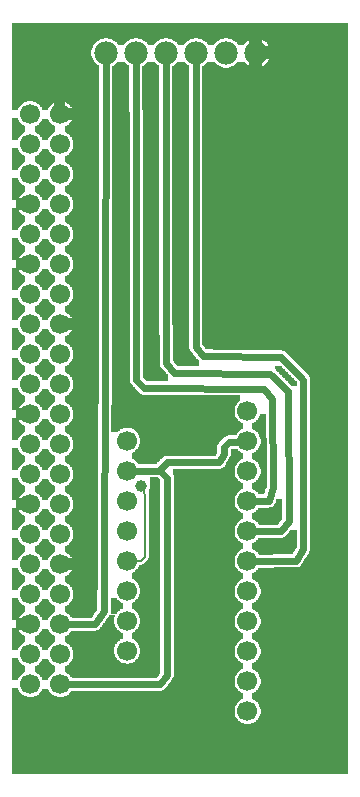
<source format=gtl>
G04 MADE WITH FRITZING*
G04 WWW.FRITZING.ORG*
G04 DOUBLE SIDED*
G04 HOLES PLATED*
G04 CONTOUR ON CENTER OF CONTOUR VECTOR*
%ASAXBY*%
%FSLAX23Y23*%
%MOIN*%
%OFA0B0*%
%SFA1.0B1.0*%
%ADD10C,0.075000*%
%ADD11C,0.078000*%
%ADD12C,0.066929*%
%ADD13C,0.039370*%
%ADD14C,0.024000*%
%ADD15C,0.008000*%
%LNCOPPER1*%
G90*
G70*
G54D10*
X446Y1259D03*
X328Y472D03*
X943Y2485D03*
G54D11*
X853Y2445D03*
X753Y2445D03*
X653Y2445D03*
X553Y2445D03*
X453Y2445D03*
X353Y2445D03*
G54D12*
X100Y2241D03*
X100Y2141D03*
X100Y2041D03*
X100Y1941D03*
X100Y1841D03*
X100Y1741D03*
X100Y1641D03*
X100Y1541D03*
X100Y1441D03*
X100Y1341D03*
X100Y1241D03*
X100Y1141D03*
X100Y1041D03*
X100Y941D03*
X100Y841D03*
X100Y741D03*
X100Y641D03*
X100Y541D03*
X100Y441D03*
X100Y341D03*
X100Y2241D03*
X100Y2141D03*
X100Y2041D03*
X100Y1941D03*
X100Y1841D03*
X100Y1741D03*
X100Y1641D03*
X100Y1541D03*
X100Y1441D03*
X100Y1341D03*
X100Y1241D03*
X100Y1141D03*
X100Y1041D03*
X100Y941D03*
X100Y841D03*
X100Y741D03*
X100Y641D03*
X100Y541D03*
X100Y441D03*
X100Y341D03*
X200Y341D03*
X200Y441D03*
X200Y541D03*
X200Y641D03*
X200Y741D03*
X200Y841D03*
X200Y941D03*
X200Y1041D03*
X200Y1141D03*
X200Y1241D03*
X200Y1341D03*
X200Y1441D03*
X200Y1541D03*
X200Y1641D03*
X200Y1741D03*
X200Y1841D03*
X200Y1941D03*
X200Y2041D03*
X200Y2141D03*
X200Y2241D03*
X824Y1251D03*
X824Y1151D03*
X824Y1051D03*
X824Y951D03*
X824Y851D03*
X824Y751D03*
X824Y651D03*
X824Y551D03*
X824Y451D03*
X824Y351D03*
X824Y251D03*
X423Y1153D03*
X423Y1053D03*
X423Y953D03*
X423Y853D03*
X423Y753D03*
X423Y653D03*
X423Y553D03*
X423Y453D03*
G54D13*
X470Y1002D03*
G54D14*
X316Y541D02*
X231Y541D01*
D02*
X347Y585D02*
X316Y541D01*
D02*
X353Y2415D02*
X347Y585D01*
D02*
X454Y1356D02*
X478Y1329D01*
D02*
X907Y1293D02*
X911Y999D01*
D02*
X895Y952D02*
X855Y951D01*
D02*
X478Y1329D02*
X880Y1325D01*
D02*
X880Y1325D02*
X907Y1293D01*
D02*
X453Y2415D02*
X454Y1356D01*
D02*
X911Y999D02*
X895Y952D01*
D02*
X580Y1380D02*
X900Y1377D01*
D02*
X553Y1412D02*
X580Y1380D01*
D02*
X958Y1318D02*
X962Y885D01*
D02*
X900Y1377D02*
X958Y1318D01*
D02*
X937Y851D02*
X855Y851D01*
D02*
X553Y2415D02*
X553Y1412D01*
D02*
X962Y885D02*
X937Y851D01*
D02*
X855Y751D02*
X985Y752D01*
D02*
X985Y752D02*
X1011Y792D01*
D02*
X652Y1466D02*
X653Y2415D01*
D02*
X937Y1432D02*
X676Y1436D01*
D02*
X1011Y1357D02*
X937Y1432D01*
D02*
X1011Y792D02*
X1011Y1357D01*
D02*
X676Y1436D02*
X652Y1466D01*
G54D15*
D02*
X482Y766D02*
X482Y971D01*
D02*
X482Y971D02*
X475Y990D01*
D02*
X470Y753D02*
X482Y766D01*
D02*
X448Y753D02*
X470Y753D01*
G54D14*
D02*
X533Y341D02*
X231Y341D01*
D02*
X556Y372D02*
X533Y341D01*
D02*
X556Y1030D02*
X556Y372D01*
D02*
X533Y1054D02*
X556Y1030D01*
D02*
X454Y1053D02*
X533Y1054D01*
D02*
X746Y1109D02*
X730Y1081D01*
D02*
X746Y1132D02*
X746Y1109D01*
D02*
X730Y1081D02*
X557Y1081D01*
D02*
X794Y1150D02*
X762Y1148D01*
D02*
X528Y1054D02*
X454Y1053D01*
D02*
X762Y1148D02*
X746Y1132D01*
D02*
X557Y1081D02*
X528Y1054D01*
G36*
X392Y2417D02*
X392Y2415D01*
X390Y2415D01*
X390Y2413D01*
X388Y2413D01*
X388Y2411D01*
X386Y2411D01*
X386Y2409D01*
X384Y2409D01*
X384Y2407D01*
X382Y2407D01*
X382Y2405D01*
X378Y2405D01*
X378Y2403D01*
X374Y2403D01*
X374Y1891D01*
X372Y1891D01*
X372Y1271D01*
X370Y1271D01*
X370Y1197D01*
X430Y1197D01*
X430Y1195D01*
X438Y1195D01*
X438Y1193D01*
X442Y1193D01*
X442Y1191D01*
X446Y1191D01*
X446Y1189D01*
X448Y1189D01*
X448Y1187D01*
X450Y1187D01*
X450Y1185D01*
X454Y1185D01*
X454Y1183D01*
X456Y1183D01*
X456Y1179D01*
X458Y1179D01*
X458Y1177D01*
X460Y1177D01*
X460Y1173D01*
X462Y1173D01*
X462Y1169D01*
X464Y1169D01*
X464Y1163D01*
X466Y1163D01*
X466Y1143D01*
X464Y1143D01*
X464Y1137D01*
X462Y1137D01*
X462Y1133D01*
X460Y1133D01*
X460Y1129D01*
X458Y1129D01*
X458Y1127D01*
X456Y1127D01*
X456Y1125D01*
X454Y1125D01*
X454Y1121D01*
X450Y1121D01*
X450Y1119D01*
X448Y1119D01*
X448Y1117D01*
X446Y1117D01*
X446Y1115D01*
X442Y1115D01*
X442Y1113D01*
X438Y1113D01*
X438Y1093D01*
X442Y1093D01*
X442Y1091D01*
X446Y1091D01*
X446Y1089D01*
X448Y1089D01*
X448Y1087D01*
X450Y1087D01*
X450Y1085D01*
X454Y1085D01*
X454Y1083D01*
X456Y1083D01*
X456Y1079D01*
X458Y1079D01*
X458Y1077D01*
X460Y1077D01*
X460Y1075D01*
X516Y1075D01*
X516Y1077D01*
X522Y1077D01*
X522Y1079D01*
X524Y1079D01*
X524Y1081D01*
X526Y1081D01*
X526Y1083D01*
X528Y1083D01*
X528Y1085D01*
X530Y1085D01*
X530Y1087D01*
X532Y1087D01*
X532Y1089D01*
X534Y1089D01*
X534Y1091D01*
X536Y1091D01*
X536Y1093D01*
X538Y1093D01*
X538Y1095D01*
X540Y1095D01*
X540Y1097D01*
X542Y1097D01*
X542Y1099D01*
X546Y1099D01*
X546Y1101D01*
X550Y1101D01*
X550Y1103D01*
X718Y1103D01*
X718Y1107D01*
X720Y1107D01*
X720Y1109D01*
X722Y1109D01*
X722Y1113D01*
X724Y1113D01*
X724Y1139D01*
X726Y1139D01*
X726Y1143D01*
X728Y1143D01*
X728Y1147D01*
X730Y1147D01*
X730Y1149D01*
X732Y1149D01*
X732Y1151D01*
X734Y1151D01*
X734Y1153D01*
X736Y1153D01*
X736Y1155D01*
X738Y1155D01*
X738Y1157D01*
X740Y1157D01*
X740Y1159D01*
X742Y1159D01*
X742Y1161D01*
X744Y1161D01*
X744Y1163D01*
X746Y1163D01*
X746Y1165D01*
X748Y1165D01*
X748Y1167D01*
X752Y1167D01*
X752Y1169D01*
X758Y1169D01*
X758Y1171D01*
X786Y1171D01*
X786Y1173D01*
X788Y1173D01*
X788Y1177D01*
X790Y1177D01*
X790Y1179D01*
X792Y1179D01*
X792Y1181D01*
X794Y1181D01*
X794Y1183D01*
X796Y1183D01*
X796Y1185D01*
X798Y1185D01*
X798Y1187D01*
X800Y1187D01*
X800Y1189D01*
X804Y1189D01*
X804Y1191D01*
X808Y1191D01*
X808Y1211D01*
X806Y1211D01*
X806Y1213D01*
X804Y1213D01*
X804Y1215D01*
X800Y1215D01*
X800Y1217D01*
X798Y1217D01*
X798Y1219D01*
X794Y1219D01*
X794Y1221D01*
X792Y1221D01*
X792Y1225D01*
X790Y1225D01*
X790Y1227D01*
X788Y1227D01*
X788Y1229D01*
X786Y1229D01*
X786Y1233D01*
X784Y1233D01*
X784Y1239D01*
X782Y1239D01*
X782Y1251D01*
X780Y1251D01*
X780Y1253D01*
X782Y1253D01*
X782Y1263D01*
X784Y1263D01*
X784Y1269D01*
X786Y1269D01*
X786Y1273D01*
X788Y1273D01*
X788Y1277D01*
X790Y1277D01*
X790Y1279D01*
X792Y1279D01*
X792Y1281D01*
X794Y1281D01*
X794Y1283D01*
X796Y1283D01*
X796Y1285D01*
X798Y1285D01*
X798Y1305D01*
X602Y1305D01*
X602Y1307D01*
X472Y1307D01*
X472Y1309D01*
X466Y1309D01*
X466Y1311D01*
X464Y1311D01*
X464Y1313D01*
X462Y1313D01*
X462Y1315D01*
X460Y1315D01*
X460Y1317D01*
X458Y1317D01*
X458Y1319D01*
X456Y1319D01*
X456Y1321D01*
X454Y1321D01*
X454Y1323D01*
X452Y1323D01*
X452Y1327D01*
X450Y1327D01*
X450Y1329D01*
X448Y1329D01*
X448Y1331D01*
X446Y1331D01*
X446Y1333D01*
X444Y1333D01*
X444Y1335D01*
X442Y1335D01*
X442Y1339D01*
X440Y1339D01*
X440Y1341D01*
X438Y1341D01*
X438Y1343D01*
X436Y1343D01*
X436Y1345D01*
X434Y1345D01*
X434Y1351D01*
X432Y1351D01*
X432Y2249D01*
X430Y2249D01*
X430Y2403D01*
X428Y2403D01*
X428Y2405D01*
X424Y2405D01*
X424Y2407D01*
X422Y2407D01*
X422Y2409D01*
X420Y2409D01*
X420Y2411D01*
X418Y2411D01*
X418Y2413D01*
X416Y2413D01*
X416Y2415D01*
X414Y2415D01*
X414Y2417D01*
X392Y2417D01*
G37*
D02*
G36*
X370Y1197D02*
X370Y1181D01*
X390Y1181D01*
X390Y1183D01*
X392Y1183D01*
X392Y1185D01*
X394Y1185D01*
X394Y1187D01*
X398Y1187D01*
X398Y1189D01*
X400Y1189D01*
X400Y1191D01*
X404Y1191D01*
X404Y1193D01*
X408Y1193D01*
X408Y1195D01*
X416Y1195D01*
X416Y1197D01*
X370Y1197D01*
G37*
D02*
G36*
X492Y2417D02*
X492Y2415D01*
X490Y2415D01*
X490Y2413D01*
X488Y2413D01*
X488Y2411D01*
X486Y2411D01*
X486Y2409D01*
X484Y2409D01*
X484Y2407D01*
X482Y2407D01*
X482Y2405D01*
X478Y2405D01*
X478Y2403D01*
X474Y2403D01*
X474Y2257D01*
X476Y2257D01*
X476Y1363D01*
X478Y1363D01*
X478Y1361D01*
X480Y1361D01*
X480Y1359D01*
X482Y1359D01*
X482Y1357D01*
X484Y1357D01*
X484Y1355D01*
X486Y1355D01*
X486Y1351D01*
X560Y1351D01*
X560Y1371D01*
X558Y1371D01*
X558Y1375D01*
X556Y1375D01*
X556Y1377D01*
X554Y1377D01*
X554Y1379D01*
X552Y1379D01*
X552Y1381D01*
X550Y1381D01*
X550Y1383D01*
X548Y1383D01*
X548Y1385D01*
X546Y1385D01*
X546Y1389D01*
X544Y1389D01*
X544Y1391D01*
X542Y1391D01*
X542Y1393D01*
X540Y1393D01*
X540Y1395D01*
X538Y1395D01*
X538Y1397D01*
X536Y1397D01*
X536Y1399D01*
X534Y1399D01*
X534Y1403D01*
X532Y1403D01*
X532Y1505D01*
X530Y1505D01*
X530Y2403D01*
X528Y2403D01*
X528Y2405D01*
X524Y2405D01*
X524Y2407D01*
X522Y2407D01*
X522Y2409D01*
X520Y2409D01*
X520Y2411D01*
X518Y2411D01*
X518Y2413D01*
X516Y2413D01*
X516Y2415D01*
X514Y2415D01*
X514Y2417D01*
X492Y2417D01*
G37*
D02*
G36*
X592Y2417D02*
X592Y2415D01*
X590Y2415D01*
X590Y2413D01*
X588Y2413D01*
X588Y2411D01*
X586Y2411D01*
X586Y2409D01*
X584Y2409D01*
X584Y2407D01*
X582Y2407D01*
X582Y2405D01*
X578Y2405D01*
X578Y2403D01*
X574Y2403D01*
X574Y1539D01*
X576Y1539D01*
X576Y1419D01*
X578Y1419D01*
X578Y1417D01*
X580Y1417D01*
X580Y1413D01*
X582Y1413D01*
X582Y1411D01*
X584Y1411D01*
X584Y1409D01*
X586Y1409D01*
X586Y1407D01*
X588Y1407D01*
X588Y1405D01*
X590Y1405D01*
X590Y1403D01*
X640Y1403D01*
X640Y1401D01*
X662Y1401D01*
X662Y1421D01*
X660Y1421D01*
X660Y1423D01*
X658Y1423D01*
X658Y1425D01*
X656Y1425D01*
X656Y1427D01*
X654Y1427D01*
X654Y1429D01*
X652Y1429D01*
X652Y1431D01*
X650Y1431D01*
X650Y1435D01*
X648Y1435D01*
X648Y1437D01*
X646Y1437D01*
X646Y1439D01*
X644Y1439D01*
X644Y1441D01*
X642Y1441D01*
X642Y1445D01*
X640Y1445D01*
X640Y1447D01*
X638Y1447D01*
X638Y1449D01*
X636Y1449D01*
X636Y1451D01*
X634Y1451D01*
X634Y1455D01*
X632Y1455D01*
X632Y1459D01*
X630Y1459D01*
X630Y2403D01*
X628Y2403D01*
X628Y2405D01*
X624Y2405D01*
X624Y2407D01*
X622Y2407D01*
X622Y2409D01*
X620Y2409D01*
X620Y2411D01*
X618Y2411D01*
X618Y2413D01*
X616Y2413D01*
X616Y2415D01*
X614Y2415D01*
X614Y2417D01*
X592Y2417D01*
G37*
D02*
G36*
X40Y2229D02*
X40Y2155D01*
X60Y2155D01*
X60Y2161D01*
X62Y2161D01*
X62Y2165D01*
X64Y2165D01*
X64Y2167D01*
X66Y2167D01*
X66Y2169D01*
X68Y2169D01*
X68Y2173D01*
X72Y2173D01*
X72Y2175D01*
X74Y2175D01*
X74Y2177D01*
X76Y2177D01*
X76Y2179D01*
X80Y2179D01*
X80Y2181D01*
X84Y2181D01*
X84Y2201D01*
X82Y2201D01*
X82Y2203D01*
X78Y2203D01*
X78Y2205D01*
X76Y2205D01*
X76Y2207D01*
X72Y2207D01*
X72Y2209D01*
X70Y2209D01*
X70Y2211D01*
X68Y2211D01*
X68Y2213D01*
X66Y2213D01*
X66Y2217D01*
X64Y2217D01*
X64Y2219D01*
X62Y2219D01*
X62Y2223D01*
X60Y2223D01*
X60Y2229D01*
X40Y2229D01*
G37*
D02*
G36*
X140Y2227D02*
X140Y2223D01*
X138Y2223D01*
X138Y2219D01*
X136Y2219D01*
X136Y2217D01*
X134Y2217D01*
X134Y2213D01*
X132Y2213D01*
X132Y2211D01*
X130Y2211D01*
X130Y2209D01*
X128Y2209D01*
X128Y2207D01*
X124Y2207D01*
X124Y2205D01*
X122Y2205D01*
X122Y2203D01*
X118Y2203D01*
X118Y2201D01*
X116Y2201D01*
X116Y2181D01*
X120Y2181D01*
X120Y2179D01*
X124Y2179D01*
X124Y2177D01*
X126Y2177D01*
X126Y2175D01*
X128Y2175D01*
X128Y2173D01*
X132Y2173D01*
X132Y2169D01*
X134Y2169D01*
X134Y2167D01*
X136Y2167D01*
X136Y2165D01*
X138Y2165D01*
X138Y2161D01*
X140Y2161D01*
X140Y2155D01*
X160Y2155D01*
X160Y2161D01*
X162Y2161D01*
X162Y2165D01*
X164Y2165D01*
X164Y2167D01*
X166Y2167D01*
X166Y2169D01*
X168Y2169D01*
X168Y2173D01*
X172Y2173D01*
X172Y2175D01*
X174Y2175D01*
X174Y2177D01*
X176Y2177D01*
X176Y2179D01*
X180Y2179D01*
X180Y2181D01*
X184Y2181D01*
X184Y2201D01*
X182Y2201D01*
X182Y2203D01*
X178Y2203D01*
X178Y2205D01*
X176Y2205D01*
X176Y2207D01*
X172Y2207D01*
X172Y2209D01*
X170Y2209D01*
X170Y2211D01*
X168Y2211D01*
X168Y2213D01*
X166Y2213D01*
X166Y2217D01*
X164Y2217D01*
X164Y2219D01*
X162Y2219D01*
X162Y2223D01*
X160Y2223D01*
X160Y2227D01*
X140Y2227D01*
G37*
D02*
G36*
X40Y2129D02*
X40Y2055D01*
X60Y2055D01*
X60Y2061D01*
X62Y2061D01*
X62Y2065D01*
X64Y2065D01*
X64Y2067D01*
X66Y2067D01*
X66Y2069D01*
X68Y2069D01*
X68Y2073D01*
X72Y2073D01*
X72Y2075D01*
X74Y2075D01*
X74Y2077D01*
X76Y2077D01*
X76Y2079D01*
X80Y2079D01*
X80Y2081D01*
X84Y2081D01*
X84Y2101D01*
X82Y2101D01*
X82Y2103D01*
X78Y2103D01*
X78Y2105D01*
X76Y2105D01*
X76Y2107D01*
X72Y2107D01*
X72Y2109D01*
X70Y2109D01*
X70Y2111D01*
X68Y2111D01*
X68Y2113D01*
X66Y2113D01*
X66Y2117D01*
X64Y2117D01*
X64Y2119D01*
X62Y2119D01*
X62Y2123D01*
X60Y2123D01*
X60Y2129D01*
X40Y2129D01*
G37*
D02*
G36*
X140Y2127D02*
X140Y2123D01*
X138Y2123D01*
X138Y2119D01*
X136Y2119D01*
X136Y2117D01*
X134Y2117D01*
X134Y2113D01*
X132Y2113D01*
X132Y2111D01*
X130Y2111D01*
X130Y2109D01*
X128Y2109D01*
X128Y2107D01*
X124Y2107D01*
X124Y2105D01*
X122Y2105D01*
X122Y2103D01*
X118Y2103D01*
X118Y2101D01*
X116Y2101D01*
X116Y2081D01*
X120Y2081D01*
X120Y2079D01*
X124Y2079D01*
X124Y2077D01*
X126Y2077D01*
X126Y2075D01*
X128Y2075D01*
X128Y2073D01*
X132Y2073D01*
X132Y2069D01*
X134Y2069D01*
X134Y2067D01*
X136Y2067D01*
X136Y2065D01*
X138Y2065D01*
X138Y2061D01*
X140Y2061D01*
X140Y2055D01*
X160Y2055D01*
X160Y2061D01*
X162Y2061D01*
X162Y2065D01*
X164Y2065D01*
X164Y2067D01*
X166Y2067D01*
X166Y2069D01*
X168Y2069D01*
X168Y2073D01*
X172Y2073D01*
X172Y2075D01*
X174Y2075D01*
X174Y2077D01*
X176Y2077D01*
X176Y2079D01*
X180Y2079D01*
X180Y2081D01*
X184Y2081D01*
X184Y2101D01*
X182Y2101D01*
X182Y2103D01*
X178Y2103D01*
X178Y2105D01*
X176Y2105D01*
X176Y2107D01*
X172Y2107D01*
X172Y2109D01*
X170Y2109D01*
X170Y2111D01*
X168Y2111D01*
X168Y2113D01*
X166Y2113D01*
X166Y2117D01*
X164Y2117D01*
X164Y2119D01*
X162Y2119D01*
X162Y2123D01*
X160Y2123D01*
X160Y2127D01*
X140Y2127D01*
G37*
D02*
G36*
X40Y2029D02*
X40Y1955D01*
X60Y1955D01*
X60Y1961D01*
X62Y1961D01*
X62Y1965D01*
X64Y1965D01*
X64Y1967D01*
X66Y1967D01*
X66Y1969D01*
X68Y1969D01*
X68Y1973D01*
X72Y1973D01*
X72Y1975D01*
X74Y1975D01*
X74Y1977D01*
X76Y1977D01*
X76Y1979D01*
X80Y1979D01*
X80Y1981D01*
X84Y1981D01*
X84Y2001D01*
X82Y2001D01*
X82Y2003D01*
X78Y2003D01*
X78Y2005D01*
X76Y2005D01*
X76Y2007D01*
X72Y2007D01*
X72Y2009D01*
X70Y2009D01*
X70Y2011D01*
X68Y2011D01*
X68Y2013D01*
X66Y2013D01*
X66Y2017D01*
X64Y2017D01*
X64Y2019D01*
X62Y2019D01*
X62Y2023D01*
X60Y2023D01*
X60Y2029D01*
X40Y2029D01*
G37*
D02*
G36*
X140Y2027D02*
X140Y2023D01*
X138Y2023D01*
X138Y2019D01*
X136Y2019D01*
X136Y2017D01*
X134Y2017D01*
X134Y2013D01*
X132Y2013D01*
X132Y2011D01*
X130Y2011D01*
X130Y2009D01*
X128Y2009D01*
X128Y2007D01*
X124Y2007D01*
X124Y2005D01*
X122Y2005D01*
X122Y2003D01*
X118Y2003D01*
X118Y2001D01*
X116Y2001D01*
X116Y1981D01*
X120Y1981D01*
X120Y1979D01*
X124Y1979D01*
X124Y1977D01*
X126Y1977D01*
X126Y1975D01*
X128Y1975D01*
X128Y1973D01*
X132Y1973D01*
X132Y1969D01*
X134Y1969D01*
X134Y1967D01*
X136Y1967D01*
X136Y1965D01*
X138Y1965D01*
X138Y1961D01*
X140Y1961D01*
X140Y1955D01*
X160Y1955D01*
X160Y1961D01*
X162Y1961D01*
X162Y1965D01*
X164Y1965D01*
X164Y1967D01*
X166Y1967D01*
X166Y1969D01*
X168Y1969D01*
X168Y1973D01*
X172Y1973D01*
X172Y1975D01*
X174Y1975D01*
X174Y1977D01*
X176Y1977D01*
X176Y1979D01*
X180Y1979D01*
X180Y1981D01*
X184Y1981D01*
X184Y2001D01*
X182Y2001D01*
X182Y2003D01*
X178Y2003D01*
X178Y2005D01*
X176Y2005D01*
X176Y2007D01*
X172Y2007D01*
X172Y2009D01*
X170Y2009D01*
X170Y2011D01*
X168Y2011D01*
X168Y2013D01*
X166Y2013D01*
X166Y2017D01*
X164Y2017D01*
X164Y2019D01*
X162Y2019D01*
X162Y2023D01*
X160Y2023D01*
X160Y2027D01*
X140Y2027D01*
G37*
D02*
G36*
X40Y1929D02*
X40Y1855D01*
X60Y1855D01*
X60Y1861D01*
X62Y1861D01*
X62Y1865D01*
X64Y1865D01*
X64Y1867D01*
X66Y1867D01*
X66Y1869D01*
X68Y1869D01*
X68Y1873D01*
X72Y1873D01*
X72Y1875D01*
X74Y1875D01*
X74Y1877D01*
X76Y1877D01*
X76Y1879D01*
X80Y1879D01*
X80Y1881D01*
X84Y1881D01*
X84Y1901D01*
X82Y1901D01*
X82Y1903D01*
X78Y1903D01*
X78Y1905D01*
X76Y1905D01*
X76Y1907D01*
X72Y1907D01*
X72Y1909D01*
X70Y1909D01*
X70Y1911D01*
X68Y1911D01*
X68Y1913D01*
X66Y1913D01*
X66Y1917D01*
X64Y1917D01*
X64Y1919D01*
X62Y1919D01*
X62Y1923D01*
X60Y1923D01*
X60Y1929D01*
X40Y1929D01*
G37*
D02*
G36*
X140Y1927D02*
X140Y1923D01*
X138Y1923D01*
X138Y1919D01*
X136Y1919D01*
X136Y1917D01*
X134Y1917D01*
X134Y1913D01*
X132Y1913D01*
X132Y1911D01*
X130Y1911D01*
X130Y1909D01*
X128Y1909D01*
X128Y1907D01*
X124Y1907D01*
X124Y1905D01*
X122Y1905D01*
X122Y1903D01*
X118Y1903D01*
X118Y1901D01*
X116Y1901D01*
X116Y1881D01*
X120Y1881D01*
X120Y1879D01*
X124Y1879D01*
X124Y1877D01*
X126Y1877D01*
X126Y1875D01*
X128Y1875D01*
X128Y1873D01*
X132Y1873D01*
X132Y1869D01*
X134Y1869D01*
X134Y1867D01*
X136Y1867D01*
X136Y1865D01*
X138Y1865D01*
X138Y1861D01*
X140Y1861D01*
X140Y1855D01*
X160Y1855D01*
X160Y1861D01*
X162Y1861D01*
X162Y1865D01*
X164Y1865D01*
X164Y1867D01*
X166Y1867D01*
X166Y1869D01*
X168Y1869D01*
X168Y1873D01*
X172Y1873D01*
X172Y1875D01*
X174Y1875D01*
X174Y1877D01*
X176Y1877D01*
X176Y1879D01*
X180Y1879D01*
X180Y1881D01*
X184Y1881D01*
X184Y1901D01*
X182Y1901D01*
X182Y1903D01*
X178Y1903D01*
X178Y1905D01*
X176Y1905D01*
X176Y1907D01*
X172Y1907D01*
X172Y1909D01*
X170Y1909D01*
X170Y1911D01*
X168Y1911D01*
X168Y1913D01*
X166Y1913D01*
X166Y1917D01*
X164Y1917D01*
X164Y1919D01*
X162Y1919D01*
X162Y1923D01*
X160Y1923D01*
X160Y1927D01*
X140Y1927D01*
G37*
D02*
G36*
X40Y1829D02*
X40Y1755D01*
X60Y1755D01*
X60Y1761D01*
X62Y1761D01*
X62Y1765D01*
X64Y1765D01*
X64Y1767D01*
X66Y1767D01*
X66Y1769D01*
X68Y1769D01*
X68Y1773D01*
X72Y1773D01*
X72Y1775D01*
X74Y1775D01*
X74Y1777D01*
X76Y1777D01*
X76Y1779D01*
X80Y1779D01*
X80Y1781D01*
X84Y1781D01*
X84Y1801D01*
X82Y1801D01*
X82Y1803D01*
X78Y1803D01*
X78Y1805D01*
X76Y1805D01*
X76Y1807D01*
X72Y1807D01*
X72Y1809D01*
X70Y1809D01*
X70Y1811D01*
X68Y1811D01*
X68Y1813D01*
X66Y1813D01*
X66Y1817D01*
X64Y1817D01*
X64Y1819D01*
X62Y1819D01*
X62Y1823D01*
X60Y1823D01*
X60Y1829D01*
X40Y1829D01*
G37*
D02*
G36*
X140Y1827D02*
X140Y1823D01*
X138Y1823D01*
X138Y1819D01*
X136Y1819D01*
X136Y1817D01*
X134Y1817D01*
X134Y1813D01*
X132Y1813D01*
X132Y1811D01*
X130Y1811D01*
X130Y1809D01*
X128Y1809D01*
X128Y1807D01*
X124Y1807D01*
X124Y1805D01*
X122Y1805D01*
X122Y1803D01*
X118Y1803D01*
X118Y1801D01*
X116Y1801D01*
X116Y1781D01*
X120Y1781D01*
X120Y1779D01*
X124Y1779D01*
X124Y1777D01*
X126Y1777D01*
X126Y1775D01*
X128Y1775D01*
X128Y1773D01*
X132Y1773D01*
X132Y1769D01*
X134Y1769D01*
X134Y1767D01*
X136Y1767D01*
X136Y1765D01*
X138Y1765D01*
X138Y1761D01*
X140Y1761D01*
X140Y1755D01*
X160Y1755D01*
X160Y1761D01*
X162Y1761D01*
X162Y1765D01*
X164Y1765D01*
X164Y1767D01*
X166Y1767D01*
X166Y1769D01*
X168Y1769D01*
X168Y1773D01*
X172Y1773D01*
X172Y1775D01*
X174Y1775D01*
X174Y1777D01*
X176Y1777D01*
X176Y1779D01*
X180Y1779D01*
X180Y1781D01*
X184Y1781D01*
X184Y1801D01*
X182Y1801D01*
X182Y1803D01*
X178Y1803D01*
X178Y1805D01*
X176Y1805D01*
X176Y1807D01*
X172Y1807D01*
X172Y1809D01*
X170Y1809D01*
X170Y1811D01*
X168Y1811D01*
X168Y1813D01*
X166Y1813D01*
X166Y1817D01*
X164Y1817D01*
X164Y1819D01*
X162Y1819D01*
X162Y1823D01*
X160Y1823D01*
X160Y1827D01*
X140Y1827D01*
G37*
D02*
G36*
X40Y1729D02*
X40Y1655D01*
X60Y1655D01*
X60Y1661D01*
X62Y1661D01*
X62Y1665D01*
X64Y1665D01*
X64Y1667D01*
X66Y1667D01*
X66Y1669D01*
X68Y1669D01*
X68Y1673D01*
X72Y1673D01*
X72Y1675D01*
X74Y1675D01*
X74Y1677D01*
X76Y1677D01*
X76Y1679D01*
X80Y1679D01*
X80Y1681D01*
X84Y1681D01*
X84Y1701D01*
X82Y1701D01*
X82Y1703D01*
X78Y1703D01*
X78Y1705D01*
X76Y1705D01*
X76Y1707D01*
X72Y1707D01*
X72Y1709D01*
X70Y1709D01*
X70Y1711D01*
X68Y1711D01*
X68Y1713D01*
X66Y1713D01*
X66Y1717D01*
X64Y1717D01*
X64Y1719D01*
X62Y1719D01*
X62Y1723D01*
X60Y1723D01*
X60Y1729D01*
X40Y1729D01*
G37*
D02*
G36*
X140Y1727D02*
X140Y1723D01*
X138Y1723D01*
X138Y1719D01*
X136Y1719D01*
X136Y1717D01*
X134Y1717D01*
X134Y1713D01*
X132Y1713D01*
X132Y1711D01*
X130Y1711D01*
X130Y1709D01*
X128Y1709D01*
X128Y1707D01*
X124Y1707D01*
X124Y1705D01*
X122Y1705D01*
X122Y1703D01*
X118Y1703D01*
X118Y1701D01*
X116Y1701D01*
X116Y1681D01*
X120Y1681D01*
X120Y1679D01*
X124Y1679D01*
X124Y1677D01*
X126Y1677D01*
X126Y1675D01*
X128Y1675D01*
X128Y1673D01*
X132Y1673D01*
X132Y1669D01*
X134Y1669D01*
X134Y1667D01*
X136Y1667D01*
X136Y1665D01*
X138Y1665D01*
X138Y1661D01*
X140Y1661D01*
X140Y1655D01*
X160Y1655D01*
X160Y1661D01*
X162Y1661D01*
X162Y1665D01*
X164Y1665D01*
X164Y1667D01*
X166Y1667D01*
X166Y1669D01*
X168Y1669D01*
X168Y1673D01*
X172Y1673D01*
X172Y1675D01*
X174Y1675D01*
X174Y1677D01*
X176Y1677D01*
X176Y1679D01*
X180Y1679D01*
X180Y1681D01*
X184Y1681D01*
X184Y1701D01*
X182Y1701D01*
X182Y1703D01*
X178Y1703D01*
X178Y1705D01*
X176Y1705D01*
X176Y1707D01*
X172Y1707D01*
X172Y1709D01*
X170Y1709D01*
X170Y1711D01*
X168Y1711D01*
X168Y1713D01*
X166Y1713D01*
X166Y1717D01*
X164Y1717D01*
X164Y1719D01*
X162Y1719D01*
X162Y1723D01*
X160Y1723D01*
X160Y1727D01*
X140Y1727D01*
G37*
D02*
G36*
X40Y1629D02*
X40Y1555D01*
X60Y1555D01*
X60Y1561D01*
X62Y1561D01*
X62Y1565D01*
X64Y1565D01*
X64Y1567D01*
X66Y1567D01*
X66Y1569D01*
X68Y1569D01*
X68Y1573D01*
X72Y1573D01*
X72Y1575D01*
X74Y1575D01*
X74Y1577D01*
X76Y1577D01*
X76Y1579D01*
X80Y1579D01*
X80Y1581D01*
X84Y1581D01*
X84Y1601D01*
X82Y1601D01*
X82Y1603D01*
X78Y1603D01*
X78Y1605D01*
X76Y1605D01*
X76Y1607D01*
X72Y1607D01*
X72Y1609D01*
X70Y1609D01*
X70Y1611D01*
X68Y1611D01*
X68Y1613D01*
X66Y1613D01*
X66Y1617D01*
X64Y1617D01*
X64Y1619D01*
X62Y1619D01*
X62Y1623D01*
X60Y1623D01*
X60Y1629D01*
X40Y1629D01*
G37*
D02*
G36*
X140Y1627D02*
X140Y1623D01*
X138Y1623D01*
X138Y1619D01*
X136Y1619D01*
X136Y1617D01*
X134Y1617D01*
X134Y1613D01*
X132Y1613D01*
X132Y1611D01*
X130Y1611D01*
X130Y1609D01*
X128Y1609D01*
X128Y1607D01*
X124Y1607D01*
X124Y1605D01*
X122Y1605D01*
X122Y1603D01*
X118Y1603D01*
X118Y1601D01*
X116Y1601D01*
X116Y1581D01*
X120Y1581D01*
X120Y1579D01*
X124Y1579D01*
X124Y1577D01*
X126Y1577D01*
X126Y1575D01*
X128Y1575D01*
X128Y1573D01*
X132Y1573D01*
X132Y1569D01*
X134Y1569D01*
X134Y1567D01*
X136Y1567D01*
X136Y1565D01*
X138Y1565D01*
X138Y1561D01*
X140Y1561D01*
X140Y1555D01*
X160Y1555D01*
X160Y1561D01*
X162Y1561D01*
X162Y1565D01*
X164Y1565D01*
X164Y1567D01*
X166Y1567D01*
X166Y1569D01*
X168Y1569D01*
X168Y1573D01*
X172Y1573D01*
X172Y1575D01*
X174Y1575D01*
X174Y1577D01*
X176Y1577D01*
X176Y1579D01*
X180Y1579D01*
X180Y1581D01*
X184Y1581D01*
X184Y1601D01*
X182Y1601D01*
X182Y1603D01*
X178Y1603D01*
X178Y1605D01*
X176Y1605D01*
X176Y1607D01*
X172Y1607D01*
X172Y1609D01*
X170Y1609D01*
X170Y1611D01*
X168Y1611D01*
X168Y1613D01*
X166Y1613D01*
X166Y1617D01*
X164Y1617D01*
X164Y1619D01*
X162Y1619D01*
X162Y1623D01*
X160Y1623D01*
X160Y1627D01*
X140Y1627D01*
G37*
D02*
G36*
X40Y1529D02*
X40Y1455D01*
X60Y1455D01*
X60Y1461D01*
X62Y1461D01*
X62Y1465D01*
X64Y1465D01*
X64Y1467D01*
X66Y1467D01*
X66Y1469D01*
X68Y1469D01*
X68Y1473D01*
X72Y1473D01*
X72Y1475D01*
X74Y1475D01*
X74Y1477D01*
X76Y1477D01*
X76Y1479D01*
X80Y1479D01*
X80Y1481D01*
X84Y1481D01*
X84Y1501D01*
X82Y1501D01*
X82Y1503D01*
X78Y1503D01*
X78Y1505D01*
X76Y1505D01*
X76Y1507D01*
X72Y1507D01*
X72Y1509D01*
X70Y1509D01*
X70Y1511D01*
X68Y1511D01*
X68Y1513D01*
X66Y1513D01*
X66Y1517D01*
X64Y1517D01*
X64Y1519D01*
X62Y1519D01*
X62Y1523D01*
X60Y1523D01*
X60Y1529D01*
X40Y1529D01*
G37*
D02*
G36*
X140Y1527D02*
X140Y1523D01*
X138Y1523D01*
X138Y1519D01*
X136Y1519D01*
X136Y1517D01*
X134Y1517D01*
X134Y1513D01*
X132Y1513D01*
X132Y1511D01*
X130Y1511D01*
X130Y1509D01*
X128Y1509D01*
X128Y1507D01*
X124Y1507D01*
X124Y1505D01*
X122Y1505D01*
X122Y1503D01*
X118Y1503D01*
X118Y1501D01*
X116Y1501D01*
X116Y1481D01*
X120Y1481D01*
X120Y1479D01*
X124Y1479D01*
X124Y1477D01*
X126Y1477D01*
X126Y1475D01*
X128Y1475D01*
X128Y1473D01*
X132Y1473D01*
X132Y1469D01*
X134Y1469D01*
X134Y1467D01*
X136Y1467D01*
X136Y1465D01*
X138Y1465D01*
X138Y1461D01*
X140Y1461D01*
X140Y1455D01*
X160Y1455D01*
X160Y1461D01*
X162Y1461D01*
X162Y1465D01*
X164Y1465D01*
X164Y1467D01*
X166Y1467D01*
X166Y1469D01*
X168Y1469D01*
X168Y1473D01*
X172Y1473D01*
X172Y1475D01*
X174Y1475D01*
X174Y1477D01*
X176Y1477D01*
X176Y1479D01*
X180Y1479D01*
X180Y1481D01*
X184Y1481D01*
X184Y1501D01*
X182Y1501D01*
X182Y1503D01*
X178Y1503D01*
X178Y1505D01*
X176Y1505D01*
X176Y1507D01*
X172Y1507D01*
X172Y1509D01*
X170Y1509D01*
X170Y1511D01*
X168Y1511D01*
X168Y1513D01*
X166Y1513D01*
X166Y1517D01*
X164Y1517D01*
X164Y1519D01*
X162Y1519D01*
X162Y1523D01*
X160Y1523D01*
X160Y1527D01*
X140Y1527D01*
G37*
D02*
G36*
X40Y1429D02*
X40Y1355D01*
X60Y1355D01*
X60Y1361D01*
X62Y1361D01*
X62Y1365D01*
X64Y1365D01*
X64Y1367D01*
X66Y1367D01*
X66Y1369D01*
X68Y1369D01*
X68Y1373D01*
X72Y1373D01*
X72Y1375D01*
X74Y1375D01*
X74Y1377D01*
X76Y1377D01*
X76Y1379D01*
X80Y1379D01*
X80Y1381D01*
X84Y1381D01*
X84Y1401D01*
X82Y1401D01*
X82Y1403D01*
X78Y1403D01*
X78Y1405D01*
X76Y1405D01*
X76Y1407D01*
X72Y1407D01*
X72Y1409D01*
X70Y1409D01*
X70Y1411D01*
X68Y1411D01*
X68Y1413D01*
X66Y1413D01*
X66Y1417D01*
X64Y1417D01*
X64Y1419D01*
X62Y1419D01*
X62Y1423D01*
X60Y1423D01*
X60Y1429D01*
X40Y1429D01*
G37*
D02*
G36*
X140Y1427D02*
X140Y1423D01*
X138Y1423D01*
X138Y1419D01*
X136Y1419D01*
X136Y1417D01*
X134Y1417D01*
X134Y1413D01*
X132Y1413D01*
X132Y1411D01*
X130Y1411D01*
X130Y1409D01*
X128Y1409D01*
X128Y1407D01*
X124Y1407D01*
X124Y1405D01*
X122Y1405D01*
X122Y1403D01*
X118Y1403D01*
X118Y1401D01*
X116Y1401D01*
X116Y1381D01*
X120Y1381D01*
X120Y1379D01*
X124Y1379D01*
X124Y1377D01*
X126Y1377D01*
X126Y1375D01*
X128Y1375D01*
X128Y1373D01*
X132Y1373D01*
X132Y1369D01*
X134Y1369D01*
X134Y1367D01*
X136Y1367D01*
X136Y1365D01*
X138Y1365D01*
X138Y1361D01*
X140Y1361D01*
X140Y1355D01*
X160Y1355D01*
X160Y1361D01*
X162Y1361D01*
X162Y1365D01*
X164Y1365D01*
X164Y1367D01*
X166Y1367D01*
X166Y1369D01*
X168Y1369D01*
X168Y1373D01*
X172Y1373D01*
X172Y1375D01*
X174Y1375D01*
X174Y1377D01*
X176Y1377D01*
X176Y1379D01*
X180Y1379D01*
X180Y1381D01*
X184Y1381D01*
X184Y1401D01*
X182Y1401D01*
X182Y1403D01*
X178Y1403D01*
X178Y1405D01*
X176Y1405D01*
X176Y1407D01*
X172Y1407D01*
X172Y1409D01*
X170Y1409D01*
X170Y1411D01*
X168Y1411D01*
X168Y1413D01*
X166Y1413D01*
X166Y1417D01*
X164Y1417D01*
X164Y1419D01*
X162Y1419D01*
X162Y1423D01*
X160Y1423D01*
X160Y1427D01*
X140Y1427D01*
G37*
D02*
G36*
X916Y1403D02*
X916Y1391D01*
X918Y1391D01*
X918Y1389D01*
X920Y1389D01*
X920Y1387D01*
X922Y1387D01*
X922Y1385D01*
X924Y1385D01*
X924Y1383D01*
X926Y1383D01*
X926Y1381D01*
X928Y1381D01*
X928Y1379D01*
X930Y1379D01*
X930Y1377D01*
X932Y1377D01*
X932Y1375D01*
X934Y1375D01*
X934Y1373D01*
X936Y1373D01*
X936Y1371D01*
X938Y1371D01*
X938Y1369D01*
X940Y1369D01*
X940Y1367D01*
X942Y1367D01*
X942Y1365D01*
X944Y1365D01*
X944Y1363D01*
X946Y1363D01*
X946Y1361D01*
X948Y1361D01*
X948Y1359D01*
X950Y1359D01*
X950Y1357D01*
X952Y1357D01*
X952Y1355D01*
X954Y1355D01*
X954Y1353D01*
X956Y1353D01*
X956Y1351D01*
X958Y1351D01*
X958Y1349D01*
X960Y1349D01*
X960Y1347D01*
X962Y1347D01*
X962Y1343D01*
X964Y1343D01*
X964Y1341D01*
X966Y1341D01*
X966Y1339D01*
X968Y1339D01*
X968Y1337D01*
X988Y1337D01*
X988Y1351D01*
X986Y1351D01*
X986Y1353D01*
X984Y1353D01*
X984Y1355D01*
X982Y1355D01*
X982Y1357D01*
X980Y1357D01*
X980Y1359D01*
X978Y1359D01*
X978Y1361D01*
X976Y1361D01*
X976Y1363D01*
X974Y1363D01*
X974Y1365D01*
X972Y1365D01*
X972Y1367D01*
X970Y1367D01*
X970Y1369D01*
X968Y1369D01*
X968Y1371D01*
X966Y1371D01*
X966Y1373D01*
X964Y1373D01*
X964Y1375D01*
X962Y1375D01*
X962Y1377D01*
X960Y1377D01*
X960Y1379D01*
X958Y1379D01*
X958Y1381D01*
X956Y1381D01*
X956Y1383D01*
X954Y1383D01*
X954Y1385D01*
X952Y1385D01*
X952Y1387D01*
X950Y1387D01*
X950Y1389D01*
X948Y1389D01*
X948Y1391D01*
X946Y1391D01*
X946Y1393D01*
X944Y1393D01*
X944Y1395D01*
X942Y1395D01*
X942Y1397D01*
X940Y1397D01*
X940Y1399D01*
X938Y1399D01*
X938Y1401D01*
X936Y1401D01*
X936Y1403D01*
X916Y1403D01*
G37*
D02*
G36*
X40Y1329D02*
X40Y1255D01*
X60Y1255D01*
X60Y1261D01*
X62Y1261D01*
X62Y1265D01*
X64Y1265D01*
X64Y1267D01*
X66Y1267D01*
X66Y1269D01*
X68Y1269D01*
X68Y1273D01*
X72Y1273D01*
X72Y1275D01*
X74Y1275D01*
X74Y1277D01*
X76Y1277D01*
X76Y1279D01*
X80Y1279D01*
X80Y1281D01*
X84Y1281D01*
X84Y1301D01*
X82Y1301D01*
X82Y1303D01*
X78Y1303D01*
X78Y1305D01*
X76Y1305D01*
X76Y1307D01*
X72Y1307D01*
X72Y1309D01*
X70Y1309D01*
X70Y1311D01*
X68Y1311D01*
X68Y1313D01*
X66Y1313D01*
X66Y1317D01*
X64Y1317D01*
X64Y1319D01*
X62Y1319D01*
X62Y1323D01*
X60Y1323D01*
X60Y1329D01*
X40Y1329D01*
G37*
D02*
G36*
X140Y1327D02*
X140Y1323D01*
X138Y1323D01*
X138Y1319D01*
X136Y1319D01*
X136Y1317D01*
X134Y1317D01*
X134Y1313D01*
X132Y1313D01*
X132Y1311D01*
X130Y1311D01*
X130Y1309D01*
X128Y1309D01*
X128Y1307D01*
X124Y1307D01*
X124Y1305D01*
X122Y1305D01*
X122Y1303D01*
X118Y1303D01*
X118Y1301D01*
X116Y1301D01*
X116Y1281D01*
X120Y1281D01*
X120Y1279D01*
X124Y1279D01*
X124Y1277D01*
X126Y1277D01*
X126Y1275D01*
X128Y1275D01*
X128Y1273D01*
X132Y1273D01*
X132Y1269D01*
X134Y1269D01*
X134Y1267D01*
X136Y1267D01*
X136Y1265D01*
X138Y1265D01*
X138Y1261D01*
X140Y1261D01*
X140Y1255D01*
X160Y1255D01*
X160Y1261D01*
X162Y1261D01*
X162Y1265D01*
X164Y1265D01*
X164Y1267D01*
X166Y1267D01*
X166Y1269D01*
X168Y1269D01*
X168Y1273D01*
X172Y1273D01*
X172Y1275D01*
X174Y1275D01*
X174Y1277D01*
X176Y1277D01*
X176Y1279D01*
X180Y1279D01*
X180Y1281D01*
X184Y1281D01*
X184Y1301D01*
X182Y1301D01*
X182Y1303D01*
X178Y1303D01*
X178Y1305D01*
X176Y1305D01*
X176Y1307D01*
X172Y1307D01*
X172Y1309D01*
X170Y1309D01*
X170Y1311D01*
X168Y1311D01*
X168Y1313D01*
X166Y1313D01*
X166Y1317D01*
X164Y1317D01*
X164Y1319D01*
X162Y1319D01*
X162Y1323D01*
X160Y1323D01*
X160Y1327D01*
X140Y1327D01*
G37*
D02*
G36*
X866Y1243D02*
X866Y1237D01*
X864Y1237D01*
X864Y1231D01*
X862Y1231D01*
X862Y1229D01*
X860Y1229D01*
X860Y1225D01*
X858Y1225D01*
X858Y1223D01*
X856Y1223D01*
X856Y1221D01*
X854Y1221D01*
X854Y1219D01*
X852Y1219D01*
X852Y1217D01*
X850Y1217D01*
X850Y1215D01*
X846Y1215D01*
X846Y1213D01*
X842Y1213D01*
X842Y1211D01*
X840Y1211D01*
X840Y1191D01*
X844Y1191D01*
X844Y1189D01*
X848Y1189D01*
X848Y1187D01*
X850Y1187D01*
X850Y1185D01*
X854Y1185D01*
X854Y1183D01*
X856Y1183D01*
X856Y1181D01*
X858Y1181D01*
X858Y1177D01*
X860Y1177D01*
X860Y1175D01*
X862Y1175D01*
X862Y1171D01*
X864Y1171D01*
X864Y1167D01*
X866Y1167D01*
X866Y1159D01*
X868Y1159D01*
X868Y1143D01*
X866Y1143D01*
X866Y1137D01*
X864Y1137D01*
X864Y1131D01*
X862Y1131D01*
X862Y1129D01*
X860Y1129D01*
X860Y1125D01*
X858Y1125D01*
X858Y1123D01*
X856Y1123D01*
X856Y1121D01*
X854Y1121D01*
X854Y1119D01*
X852Y1119D01*
X852Y1117D01*
X850Y1117D01*
X850Y1115D01*
X846Y1115D01*
X846Y1113D01*
X842Y1113D01*
X842Y1111D01*
X840Y1111D01*
X840Y1091D01*
X844Y1091D01*
X844Y1089D01*
X848Y1089D01*
X848Y1087D01*
X850Y1087D01*
X850Y1085D01*
X854Y1085D01*
X854Y1083D01*
X856Y1083D01*
X856Y1081D01*
X858Y1081D01*
X858Y1077D01*
X860Y1077D01*
X860Y1075D01*
X862Y1075D01*
X862Y1071D01*
X864Y1071D01*
X864Y1067D01*
X866Y1067D01*
X866Y1059D01*
X868Y1059D01*
X868Y1043D01*
X866Y1043D01*
X866Y1037D01*
X864Y1037D01*
X864Y1031D01*
X862Y1031D01*
X862Y1029D01*
X860Y1029D01*
X860Y1025D01*
X858Y1025D01*
X858Y1023D01*
X856Y1023D01*
X856Y1021D01*
X854Y1021D01*
X854Y1019D01*
X852Y1019D01*
X852Y1017D01*
X850Y1017D01*
X850Y1015D01*
X846Y1015D01*
X846Y1013D01*
X842Y1013D01*
X842Y1011D01*
X840Y1011D01*
X840Y991D01*
X844Y991D01*
X844Y989D01*
X848Y989D01*
X848Y987D01*
X850Y987D01*
X850Y985D01*
X854Y985D01*
X854Y983D01*
X856Y983D01*
X856Y981D01*
X858Y981D01*
X858Y977D01*
X860Y977D01*
X860Y975D01*
X880Y975D01*
X880Y979D01*
X882Y979D01*
X882Y985D01*
X884Y985D01*
X884Y991D01*
X886Y991D01*
X886Y997D01*
X888Y997D01*
X888Y1161D01*
X886Y1161D01*
X886Y1243D01*
X866Y1243D01*
G37*
D02*
G36*
X40Y1229D02*
X40Y1155D01*
X60Y1155D01*
X60Y1161D01*
X62Y1161D01*
X62Y1165D01*
X64Y1165D01*
X64Y1167D01*
X66Y1167D01*
X66Y1169D01*
X68Y1169D01*
X68Y1173D01*
X72Y1173D01*
X72Y1175D01*
X74Y1175D01*
X74Y1177D01*
X76Y1177D01*
X76Y1179D01*
X80Y1179D01*
X80Y1181D01*
X84Y1181D01*
X84Y1201D01*
X82Y1201D01*
X82Y1203D01*
X78Y1203D01*
X78Y1205D01*
X76Y1205D01*
X76Y1207D01*
X72Y1207D01*
X72Y1209D01*
X70Y1209D01*
X70Y1211D01*
X68Y1211D01*
X68Y1213D01*
X66Y1213D01*
X66Y1217D01*
X64Y1217D01*
X64Y1219D01*
X62Y1219D01*
X62Y1223D01*
X60Y1223D01*
X60Y1229D01*
X40Y1229D01*
G37*
D02*
G36*
X140Y1227D02*
X140Y1223D01*
X138Y1223D01*
X138Y1219D01*
X136Y1219D01*
X136Y1217D01*
X134Y1217D01*
X134Y1213D01*
X132Y1213D01*
X132Y1211D01*
X130Y1211D01*
X130Y1209D01*
X128Y1209D01*
X128Y1207D01*
X124Y1207D01*
X124Y1205D01*
X122Y1205D01*
X122Y1203D01*
X118Y1203D01*
X118Y1201D01*
X116Y1201D01*
X116Y1181D01*
X120Y1181D01*
X120Y1179D01*
X124Y1179D01*
X124Y1177D01*
X126Y1177D01*
X126Y1175D01*
X128Y1175D01*
X128Y1173D01*
X132Y1173D01*
X132Y1169D01*
X134Y1169D01*
X134Y1167D01*
X136Y1167D01*
X136Y1165D01*
X138Y1165D01*
X138Y1161D01*
X140Y1161D01*
X140Y1155D01*
X160Y1155D01*
X160Y1161D01*
X162Y1161D01*
X162Y1165D01*
X164Y1165D01*
X164Y1167D01*
X166Y1167D01*
X166Y1169D01*
X168Y1169D01*
X168Y1173D01*
X172Y1173D01*
X172Y1175D01*
X174Y1175D01*
X174Y1177D01*
X176Y1177D01*
X176Y1179D01*
X180Y1179D01*
X180Y1181D01*
X184Y1181D01*
X184Y1201D01*
X182Y1201D01*
X182Y1203D01*
X178Y1203D01*
X178Y1205D01*
X176Y1205D01*
X176Y1207D01*
X172Y1207D01*
X172Y1209D01*
X170Y1209D01*
X170Y1211D01*
X168Y1211D01*
X168Y1213D01*
X166Y1213D01*
X166Y1217D01*
X164Y1217D01*
X164Y1219D01*
X162Y1219D01*
X162Y1223D01*
X160Y1223D01*
X160Y1227D01*
X140Y1227D01*
G37*
D02*
G36*
X40Y1129D02*
X40Y1055D01*
X60Y1055D01*
X60Y1061D01*
X62Y1061D01*
X62Y1065D01*
X64Y1065D01*
X64Y1067D01*
X66Y1067D01*
X66Y1069D01*
X68Y1069D01*
X68Y1073D01*
X72Y1073D01*
X72Y1075D01*
X74Y1075D01*
X74Y1077D01*
X76Y1077D01*
X76Y1079D01*
X80Y1079D01*
X80Y1081D01*
X84Y1081D01*
X84Y1101D01*
X82Y1101D01*
X82Y1103D01*
X78Y1103D01*
X78Y1105D01*
X76Y1105D01*
X76Y1107D01*
X72Y1107D01*
X72Y1109D01*
X70Y1109D01*
X70Y1111D01*
X68Y1111D01*
X68Y1113D01*
X66Y1113D01*
X66Y1117D01*
X64Y1117D01*
X64Y1119D01*
X62Y1119D01*
X62Y1123D01*
X60Y1123D01*
X60Y1129D01*
X40Y1129D01*
G37*
D02*
G36*
X140Y1127D02*
X140Y1123D01*
X138Y1123D01*
X138Y1119D01*
X136Y1119D01*
X136Y1117D01*
X134Y1117D01*
X134Y1113D01*
X132Y1113D01*
X132Y1111D01*
X130Y1111D01*
X130Y1109D01*
X128Y1109D01*
X128Y1107D01*
X124Y1107D01*
X124Y1105D01*
X122Y1105D01*
X122Y1103D01*
X118Y1103D01*
X118Y1101D01*
X116Y1101D01*
X116Y1081D01*
X120Y1081D01*
X120Y1079D01*
X124Y1079D01*
X124Y1077D01*
X126Y1077D01*
X126Y1075D01*
X128Y1075D01*
X128Y1073D01*
X132Y1073D01*
X132Y1069D01*
X134Y1069D01*
X134Y1067D01*
X136Y1067D01*
X136Y1065D01*
X138Y1065D01*
X138Y1061D01*
X140Y1061D01*
X140Y1055D01*
X160Y1055D01*
X160Y1061D01*
X162Y1061D01*
X162Y1065D01*
X164Y1065D01*
X164Y1067D01*
X166Y1067D01*
X166Y1069D01*
X168Y1069D01*
X168Y1073D01*
X172Y1073D01*
X172Y1075D01*
X174Y1075D01*
X174Y1077D01*
X176Y1077D01*
X176Y1079D01*
X180Y1079D01*
X180Y1081D01*
X184Y1081D01*
X184Y1101D01*
X182Y1101D01*
X182Y1103D01*
X178Y1103D01*
X178Y1105D01*
X176Y1105D01*
X176Y1107D01*
X172Y1107D01*
X172Y1109D01*
X170Y1109D01*
X170Y1111D01*
X168Y1111D01*
X168Y1113D01*
X166Y1113D01*
X166Y1117D01*
X164Y1117D01*
X164Y1119D01*
X162Y1119D01*
X162Y1123D01*
X160Y1123D01*
X160Y1127D01*
X140Y1127D01*
G37*
D02*
G36*
X40Y1029D02*
X40Y955D01*
X60Y955D01*
X60Y961D01*
X62Y961D01*
X62Y965D01*
X64Y965D01*
X64Y967D01*
X66Y967D01*
X66Y969D01*
X68Y969D01*
X68Y973D01*
X72Y973D01*
X72Y975D01*
X74Y975D01*
X74Y977D01*
X76Y977D01*
X76Y979D01*
X80Y979D01*
X80Y981D01*
X84Y981D01*
X84Y1001D01*
X82Y1001D01*
X82Y1003D01*
X78Y1003D01*
X78Y1005D01*
X76Y1005D01*
X76Y1007D01*
X72Y1007D01*
X72Y1009D01*
X70Y1009D01*
X70Y1011D01*
X68Y1011D01*
X68Y1013D01*
X66Y1013D01*
X66Y1017D01*
X64Y1017D01*
X64Y1019D01*
X62Y1019D01*
X62Y1023D01*
X60Y1023D01*
X60Y1029D01*
X40Y1029D01*
G37*
D02*
G36*
X140Y1027D02*
X140Y1023D01*
X138Y1023D01*
X138Y1019D01*
X136Y1019D01*
X136Y1017D01*
X134Y1017D01*
X134Y1013D01*
X132Y1013D01*
X132Y1011D01*
X130Y1011D01*
X130Y1009D01*
X128Y1009D01*
X128Y1007D01*
X124Y1007D01*
X124Y1005D01*
X122Y1005D01*
X122Y1003D01*
X118Y1003D01*
X118Y1001D01*
X116Y1001D01*
X116Y981D01*
X120Y981D01*
X120Y979D01*
X124Y979D01*
X124Y977D01*
X126Y977D01*
X126Y975D01*
X128Y975D01*
X128Y973D01*
X132Y973D01*
X132Y969D01*
X134Y969D01*
X134Y967D01*
X136Y967D01*
X136Y965D01*
X138Y965D01*
X138Y961D01*
X140Y961D01*
X140Y955D01*
X160Y955D01*
X160Y961D01*
X162Y961D01*
X162Y965D01*
X164Y965D01*
X164Y967D01*
X166Y967D01*
X166Y969D01*
X168Y969D01*
X168Y973D01*
X172Y973D01*
X172Y975D01*
X174Y975D01*
X174Y977D01*
X176Y977D01*
X176Y979D01*
X180Y979D01*
X180Y981D01*
X184Y981D01*
X184Y1001D01*
X182Y1001D01*
X182Y1003D01*
X178Y1003D01*
X178Y1005D01*
X176Y1005D01*
X176Y1007D01*
X172Y1007D01*
X172Y1009D01*
X170Y1009D01*
X170Y1011D01*
X168Y1011D01*
X168Y1013D01*
X166Y1013D01*
X166Y1017D01*
X164Y1017D01*
X164Y1019D01*
X162Y1019D01*
X162Y1023D01*
X160Y1023D01*
X160Y1027D01*
X140Y1027D01*
G37*
D02*
G36*
X920Y959D02*
X920Y953D01*
X918Y953D01*
X918Y947D01*
X916Y947D01*
X916Y941D01*
X914Y941D01*
X914Y939D01*
X912Y939D01*
X912Y937D01*
X910Y937D01*
X910Y935D01*
X908Y935D01*
X908Y933D01*
X904Y933D01*
X904Y931D01*
X896Y931D01*
X896Y929D01*
X860Y929D01*
X860Y925D01*
X858Y925D01*
X858Y923D01*
X856Y923D01*
X856Y921D01*
X854Y921D01*
X854Y919D01*
X852Y919D01*
X852Y917D01*
X850Y917D01*
X850Y915D01*
X846Y915D01*
X846Y913D01*
X842Y913D01*
X842Y911D01*
X840Y911D01*
X840Y891D01*
X844Y891D01*
X844Y889D01*
X848Y889D01*
X848Y887D01*
X850Y887D01*
X850Y885D01*
X854Y885D01*
X854Y883D01*
X856Y883D01*
X856Y881D01*
X858Y881D01*
X858Y877D01*
X860Y877D01*
X860Y875D01*
X862Y875D01*
X862Y873D01*
X926Y873D01*
X926Y875D01*
X928Y875D01*
X928Y877D01*
X930Y877D01*
X930Y881D01*
X932Y881D01*
X932Y883D01*
X934Y883D01*
X934Y885D01*
X936Y885D01*
X936Y889D01*
X938Y889D01*
X938Y891D01*
X940Y891D01*
X940Y959D01*
X920Y959D01*
G37*
D02*
G36*
X40Y929D02*
X40Y855D01*
X60Y855D01*
X60Y861D01*
X62Y861D01*
X62Y865D01*
X64Y865D01*
X64Y867D01*
X66Y867D01*
X66Y869D01*
X68Y869D01*
X68Y873D01*
X72Y873D01*
X72Y875D01*
X74Y875D01*
X74Y877D01*
X76Y877D01*
X76Y879D01*
X80Y879D01*
X80Y881D01*
X84Y881D01*
X84Y901D01*
X82Y901D01*
X82Y903D01*
X78Y903D01*
X78Y905D01*
X76Y905D01*
X76Y907D01*
X72Y907D01*
X72Y909D01*
X70Y909D01*
X70Y911D01*
X68Y911D01*
X68Y913D01*
X66Y913D01*
X66Y917D01*
X64Y917D01*
X64Y919D01*
X62Y919D01*
X62Y923D01*
X60Y923D01*
X60Y929D01*
X40Y929D01*
G37*
D02*
G36*
X140Y927D02*
X140Y923D01*
X138Y923D01*
X138Y919D01*
X136Y919D01*
X136Y917D01*
X134Y917D01*
X134Y913D01*
X132Y913D01*
X132Y911D01*
X130Y911D01*
X130Y909D01*
X128Y909D01*
X128Y907D01*
X124Y907D01*
X124Y905D01*
X122Y905D01*
X122Y903D01*
X118Y903D01*
X118Y901D01*
X116Y901D01*
X116Y881D01*
X120Y881D01*
X120Y879D01*
X124Y879D01*
X124Y877D01*
X126Y877D01*
X126Y875D01*
X128Y875D01*
X128Y873D01*
X132Y873D01*
X132Y869D01*
X134Y869D01*
X134Y867D01*
X136Y867D01*
X136Y865D01*
X138Y865D01*
X138Y861D01*
X140Y861D01*
X140Y855D01*
X160Y855D01*
X160Y861D01*
X162Y861D01*
X162Y865D01*
X164Y865D01*
X164Y867D01*
X166Y867D01*
X166Y869D01*
X168Y869D01*
X168Y873D01*
X172Y873D01*
X172Y875D01*
X174Y875D01*
X174Y877D01*
X176Y877D01*
X176Y879D01*
X180Y879D01*
X180Y881D01*
X184Y881D01*
X184Y901D01*
X182Y901D01*
X182Y903D01*
X178Y903D01*
X178Y905D01*
X176Y905D01*
X176Y907D01*
X172Y907D01*
X172Y909D01*
X170Y909D01*
X170Y911D01*
X168Y911D01*
X168Y913D01*
X166Y913D01*
X166Y917D01*
X164Y917D01*
X164Y919D01*
X162Y919D01*
X162Y923D01*
X160Y923D01*
X160Y927D01*
X140Y927D01*
G37*
D02*
G36*
X968Y857D02*
X968Y855D01*
X966Y855D01*
X966Y853D01*
X964Y853D01*
X964Y849D01*
X962Y849D01*
X962Y847D01*
X960Y847D01*
X960Y845D01*
X958Y845D01*
X958Y841D01*
X956Y841D01*
X956Y839D01*
X954Y839D01*
X954Y837D01*
X952Y837D01*
X952Y835D01*
X950Y835D01*
X950Y833D01*
X948Y833D01*
X948Y831D01*
X942Y831D01*
X942Y829D01*
X860Y829D01*
X860Y825D01*
X858Y825D01*
X858Y823D01*
X856Y823D01*
X856Y821D01*
X854Y821D01*
X854Y819D01*
X852Y819D01*
X852Y817D01*
X850Y817D01*
X850Y815D01*
X846Y815D01*
X846Y813D01*
X842Y813D01*
X842Y811D01*
X840Y811D01*
X840Y791D01*
X844Y791D01*
X844Y789D01*
X848Y789D01*
X848Y787D01*
X850Y787D01*
X850Y785D01*
X854Y785D01*
X854Y783D01*
X856Y783D01*
X856Y781D01*
X858Y781D01*
X858Y777D01*
X860Y777D01*
X860Y775D01*
X862Y775D01*
X862Y773D01*
X908Y773D01*
X908Y775D01*
X974Y775D01*
X974Y777D01*
X976Y777D01*
X976Y781D01*
X978Y781D01*
X978Y783D01*
X980Y783D01*
X980Y787D01*
X982Y787D01*
X982Y789D01*
X984Y789D01*
X984Y793D01*
X986Y793D01*
X986Y797D01*
X988Y797D01*
X988Y857D01*
X968Y857D01*
G37*
D02*
G36*
X40Y829D02*
X40Y755D01*
X60Y755D01*
X60Y761D01*
X62Y761D01*
X62Y765D01*
X64Y765D01*
X64Y767D01*
X66Y767D01*
X66Y769D01*
X68Y769D01*
X68Y773D01*
X72Y773D01*
X72Y775D01*
X74Y775D01*
X74Y777D01*
X76Y777D01*
X76Y779D01*
X80Y779D01*
X80Y781D01*
X84Y781D01*
X84Y801D01*
X82Y801D01*
X82Y803D01*
X78Y803D01*
X78Y805D01*
X76Y805D01*
X76Y807D01*
X72Y807D01*
X72Y809D01*
X70Y809D01*
X70Y811D01*
X68Y811D01*
X68Y813D01*
X66Y813D01*
X66Y817D01*
X64Y817D01*
X64Y819D01*
X62Y819D01*
X62Y823D01*
X60Y823D01*
X60Y829D01*
X40Y829D01*
G37*
D02*
G36*
X140Y827D02*
X140Y823D01*
X138Y823D01*
X138Y819D01*
X136Y819D01*
X136Y817D01*
X134Y817D01*
X134Y813D01*
X132Y813D01*
X132Y811D01*
X130Y811D01*
X130Y809D01*
X128Y809D01*
X128Y807D01*
X124Y807D01*
X124Y805D01*
X122Y805D01*
X122Y803D01*
X118Y803D01*
X118Y801D01*
X116Y801D01*
X116Y781D01*
X120Y781D01*
X120Y779D01*
X124Y779D01*
X124Y777D01*
X126Y777D01*
X126Y775D01*
X128Y775D01*
X128Y773D01*
X132Y773D01*
X132Y769D01*
X134Y769D01*
X134Y767D01*
X136Y767D01*
X136Y765D01*
X138Y765D01*
X138Y761D01*
X140Y761D01*
X140Y755D01*
X160Y755D01*
X160Y761D01*
X162Y761D01*
X162Y765D01*
X164Y765D01*
X164Y767D01*
X166Y767D01*
X166Y769D01*
X168Y769D01*
X168Y773D01*
X172Y773D01*
X172Y775D01*
X174Y775D01*
X174Y777D01*
X176Y777D01*
X176Y779D01*
X180Y779D01*
X180Y781D01*
X184Y781D01*
X184Y801D01*
X182Y801D01*
X182Y803D01*
X178Y803D01*
X178Y805D01*
X176Y805D01*
X176Y807D01*
X172Y807D01*
X172Y809D01*
X170Y809D01*
X170Y811D01*
X168Y811D01*
X168Y813D01*
X166Y813D01*
X166Y817D01*
X164Y817D01*
X164Y819D01*
X162Y819D01*
X162Y823D01*
X160Y823D01*
X160Y827D01*
X140Y827D01*
G37*
D02*
G36*
X40Y729D02*
X40Y655D01*
X60Y655D01*
X60Y661D01*
X62Y661D01*
X62Y665D01*
X64Y665D01*
X64Y667D01*
X66Y667D01*
X66Y669D01*
X68Y669D01*
X68Y673D01*
X72Y673D01*
X72Y675D01*
X74Y675D01*
X74Y677D01*
X76Y677D01*
X76Y679D01*
X80Y679D01*
X80Y681D01*
X84Y681D01*
X84Y701D01*
X82Y701D01*
X82Y703D01*
X78Y703D01*
X78Y705D01*
X76Y705D01*
X76Y707D01*
X72Y707D01*
X72Y709D01*
X70Y709D01*
X70Y711D01*
X68Y711D01*
X68Y713D01*
X66Y713D01*
X66Y717D01*
X64Y717D01*
X64Y719D01*
X62Y719D01*
X62Y723D01*
X60Y723D01*
X60Y729D01*
X40Y729D01*
G37*
D02*
G36*
X140Y727D02*
X140Y723D01*
X138Y723D01*
X138Y719D01*
X136Y719D01*
X136Y717D01*
X134Y717D01*
X134Y713D01*
X132Y713D01*
X132Y711D01*
X130Y711D01*
X130Y709D01*
X128Y709D01*
X128Y707D01*
X124Y707D01*
X124Y705D01*
X122Y705D01*
X122Y703D01*
X118Y703D01*
X118Y701D01*
X116Y701D01*
X116Y681D01*
X120Y681D01*
X120Y679D01*
X124Y679D01*
X124Y677D01*
X126Y677D01*
X126Y675D01*
X128Y675D01*
X128Y673D01*
X132Y673D01*
X132Y669D01*
X134Y669D01*
X134Y667D01*
X136Y667D01*
X136Y665D01*
X138Y665D01*
X138Y661D01*
X140Y661D01*
X140Y655D01*
X160Y655D01*
X160Y661D01*
X162Y661D01*
X162Y665D01*
X164Y665D01*
X164Y667D01*
X166Y667D01*
X166Y669D01*
X168Y669D01*
X168Y673D01*
X172Y673D01*
X172Y675D01*
X174Y675D01*
X174Y677D01*
X176Y677D01*
X176Y679D01*
X180Y679D01*
X180Y681D01*
X184Y681D01*
X184Y701D01*
X182Y701D01*
X182Y703D01*
X178Y703D01*
X178Y705D01*
X176Y705D01*
X176Y707D01*
X172Y707D01*
X172Y709D01*
X170Y709D01*
X170Y711D01*
X168Y711D01*
X168Y713D01*
X166Y713D01*
X166Y717D01*
X164Y717D01*
X164Y719D01*
X162Y719D01*
X162Y723D01*
X160Y723D01*
X160Y727D01*
X140Y727D01*
G37*
D02*
G36*
X40Y629D02*
X40Y555D01*
X60Y555D01*
X60Y561D01*
X62Y561D01*
X62Y565D01*
X64Y565D01*
X64Y567D01*
X66Y567D01*
X66Y569D01*
X68Y569D01*
X68Y573D01*
X72Y573D01*
X72Y575D01*
X74Y575D01*
X74Y577D01*
X76Y577D01*
X76Y579D01*
X80Y579D01*
X80Y581D01*
X84Y581D01*
X84Y601D01*
X82Y601D01*
X82Y603D01*
X78Y603D01*
X78Y605D01*
X76Y605D01*
X76Y607D01*
X72Y607D01*
X72Y609D01*
X70Y609D01*
X70Y611D01*
X68Y611D01*
X68Y613D01*
X66Y613D01*
X66Y617D01*
X64Y617D01*
X64Y619D01*
X62Y619D01*
X62Y623D01*
X60Y623D01*
X60Y629D01*
X40Y629D01*
G37*
D02*
G36*
X368Y629D02*
X368Y577D01*
X366Y577D01*
X366Y575D01*
X386Y575D01*
X386Y577D01*
X388Y577D01*
X388Y581D01*
X390Y581D01*
X390Y583D01*
X392Y583D01*
X392Y585D01*
X394Y585D01*
X394Y587D01*
X398Y587D01*
X398Y589D01*
X400Y589D01*
X400Y591D01*
X404Y591D01*
X404Y593D01*
X408Y593D01*
X408Y613D01*
X404Y613D01*
X404Y615D01*
X400Y615D01*
X400Y617D01*
X398Y617D01*
X398Y619D01*
X396Y619D01*
X396Y621D01*
X392Y621D01*
X392Y623D01*
X390Y623D01*
X390Y627D01*
X388Y627D01*
X388Y629D01*
X368Y629D01*
G37*
D02*
G36*
X140Y627D02*
X140Y623D01*
X138Y623D01*
X138Y619D01*
X136Y619D01*
X136Y617D01*
X134Y617D01*
X134Y613D01*
X132Y613D01*
X132Y611D01*
X130Y611D01*
X130Y609D01*
X128Y609D01*
X128Y607D01*
X124Y607D01*
X124Y605D01*
X122Y605D01*
X122Y603D01*
X118Y603D01*
X118Y601D01*
X116Y601D01*
X116Y581D01*
X120Y581D01*
X120Y579D01*
X124Y579D01*
X124Y577D01*
X126Y577D01*
X126Y575D01*
X128Y575D01*
X128Y573D01*
X132Y573D01*
X132Y569D01*
X134Y569D01*
X134Y567D01*
X136Y567D01*
X136Y565D01*
X138Y565D01*
X138Y561D01*
X140Y561D01*
X140Y555D01*
X160Y555D01*
X160Y561D01*
X162Y561D01*
X162Y565D01*
X164Y565D01*
X164Y567D01*
X166Y567D01*
X166Y569D01*
X168Y569D01*
X168Y573D01*
X172Y573D01*
X172Y575D01*
X174Y575D01*
X174Y577D01*
X176Y577D01*
X176Y579D01*
X180Y579D01*
X180Y581D01*
X184Y581D01*
X184Y601D01*
X182Y601D01*
X182Y603D01*
X178Y603D01*
X178Y605D01*
X176Y605D01*
X176Y607D01*
X172Y607D01*
X172Y609D01*
X170Y609D01*
X170Y611D01*
X168Y611D01*
X168Y613D01*
X166Y613D01*
X166Y617D01*
X164Y617D01*
X164Y619D01*
X162Y619D01*
X162Y623D01*
X160Y623D01*
X160Y627D01*
X140Y627D01*
G37*
D02*
G36*
X498Y1031D02*
X498Y1009D01*
X500Y1009D01*
X500Y997D01*
X498Y997D01*
X498Y991D01*
X496Y991D01*
X496Y761D01*
X494Y761D01*
X494Y757D01*
X492Y757D01*
X492Y755D01*
X490Y755D01*
X490Y753D01*
X488Y753D01*
X488Y751D01*
X486Y751D01*
X486Y749D01*
X484Y749D01*
X484Y747D01*
X482Y747D01*
X482Y745D01*
X480Y745D01*
X480Y743D01*
X478Y743D01*
X478Y741D01*
X474Y741D01*
X474Y739D01*
X464Y739D01*
X464Y737D01*
X462Y737D01*
X462Y733D01*
X460Y733D01*
X460Y729D01*
X458Y729D01*
X458Y727D01*
X456Y727D01*
X456Y725D01*
X454Y725D01*
X454Y721D01*
X450Y721D01*
X450Y719D01*
X448Y719D01*
X448Y717D01*
X446Y717D01*
X446Y715D01*
X442Y715D01*
X442Y713D01*
X438Y713D01*
X438Y693D01*
X442Y693D01*
X442Y691D01*
X446Y691D01*
X446Y689D01*
X448Y689D01*
X448Y687D01*
X450Y687D01*
X450Y685D01*
X454Y685D01*
X454Y683D01*
X456Y683D01*
X456Y679D01*
X458Y679D01*
X458Y677D01*
X460Y677D01*
X460Y673D01*
X462Y673D01*
X462Y669D01*
X464Y669D01*
X464Y663D01*
X466Y663D01*
X466Y643D01*
X464Y643D01*
X464Y637D01*
X462Y637D01*
X462Y633D01*
X460Y633D01*
X460Y629D01*
X458Y629D01*
X458Y627D01*
X456Y627D01*
X456Y625D01*
X454Y625D01*
X454Y621D01*
X450Y621D01*
X450Y619D01*
X448Y619D01*
X448Y617D01*
X446Y617D01*
X446Y615D01*
X442Y615D01*
X442Y613D01*
X438Y613D01*
X438Y593D01*
X442Y593D01*
X442Y591D01*
X446Y591D01*
X446Y589D01*
X448Y589D01*
X448Y587D01*
X450Y587D01*
X450Y585D01*
X454Y585D01*
X454Y583D01*
X456Y583D01*
X456Y579D01*
X458Y579D01*
X458Y577D01*
X460Y577D01*
X460Y573D01*
X462Y573D01*
X462Y569D01*
X464Y569D01*
X464Y563D01*
X466Y563D01*
X466Y543D01*
X464Y543D01*
X464Y537D01*
X462Y537D01*
X462Y533D01*
X460Y533D01*
X460Y529D01*
X458Y529D01*
X458Y527D01*
X456Y527D01*
X456Y525D01*
X454Y525D01*
X454Y521D01*
X450Y521D01*
X450Y519D01*
X448Y519D01*
X448Y517D01*
X446Y517D01*
X446Y515D01*
X442Y515D01*
X442Y513D01*
X438Y513D01*
X438Y493D01*
X442Y493D01*
X442Y491D01*
X446Y491D01*
X446Y489D01*
X448Y489D01*
X448Y487D01*
X450Y487D01*
X450Y485D01*
X454Y485D01*
X454Y483D01*
X456Y483D01*
X456Y479D01*
X458Y479D01*
X458Y477D01*
X460Y477D01*
X460Y473D01*
X462Y473D01*
X462Y469D01*
X464Y469D01*
X464Y463D01*
X466Y463D01*
X466Y443D01*
X464Y443D01*
X464Y437D01*
X462Y437D01*
X462Y433D01*
X460Y433D01*
X460Y429D01*
X458Y429D01*
X458Y427D01*
X456Y427D01*
X456Y425D01*
X454Y425D01*
X454Y421D01*
X450Y421D01*
X450Y419D01*
X448Y419D01*
X448Y417D01*
X446Y417D01*
X446Y415D01*
X442Y415D01*
X442Y413D01*
X436Y413D01*
X436Y411D01*
X428Y411D01*
X428Y409D01*
X534Y409D01*
X534Y1023D01*
X532Y1023D01*
X532Y1025D01*
X530Y1025D01*
X530Y1027D01*
X528Y1027D01*
X528Y1029D01*
X526Y1029D01*
X526Y1031D01*
X498Y1031D01*
G37*
D02*
G36*
X364Y573D02*
X364Y571D01*
X362Y571D01*
X362Y567D01*
X360Y567D01*
X360Y565D01*
X358Y565D01*
X358Y561D01*
X356Y561D01*
X356Y559D01*
X354Y559D01*
X354Y555D01*
X352Y555D01*
X352Y553D01*
X350Y553D01*
X350Y551D01*
X348Y551D01*
X348Y547D01*
X346Y547D01*
X346Y545D01*
X344Y545D01*
X344Y541D01*
X342Y541D01*
X342Y539D01*
X340Y539D01*
X340Y535D01*
X338Y535D01*
X338Y533D01*
X336Y533D01*
X336Y531D01*
X334Y531D01*
X334Y527D01*
X332Y527D01*
X332Y525D01*
X330Y525D01*
X330Y523D01*
X326Y523D01*
X326Y521D01*
X318Y521D01*
X318Y519D01*
X236Y519D01*
X236Y517D01*
X234Y517D01*
X234Y513D01*
X232Y513D01*
X232Y511D01*
X230Y511D01*
X230Y509D01*
X228Y509D01*
X228Y507D01*
X224Y507D01*
X224Y505D01*
X222Y505D01*
X222Y503D01*
X218Y503D01*
X218Y501D01*
X216Y501D01*
X216Y481D01*
X220Y481D01*
X220Y479D01*
X224Y479D01*
X224Y477D01*
X226Y477D01*
X226Y475D01*
X228Y475D01*
X228Y473D01*
X232Y473D01*
X232Y469D01*
X234Y469D01*
X234Y467D01*
X236Y467D01*
X236Y465D01*
X238Y465D01*
X238Y461D01*
X240Y461D01*
X240Y455D01*
X242Y455D01*
X242Y447D01*
X244Y447D01*
X244Y435D01*
X242Y435D01*
X242Y427D01*
X240Y427D01*
X240Y423D01*
X238Y423D01*
X238Y419D01*
X236Y419D01*
X236Y417D01*
X234Y417D01*
X234Y413D01*
X232Y413D01*
X232Y411D01*
X230Y411D01*
X230Y409D01*
X418Y409D01*
X418Y411D01*
X410Y411D01*
X410Y413D01*
X404Y413D01*
X404Y415D01*
X400Y415D01*
X400Y417D01*
X398Y417D01*
X398Y419D01*
X396Y419D01*
X396Y421D01*
X392Y421D01*
X392Y423D01*
X390Y423D01*
X390Y427D01*
X388Y427D01*
X388Y429D01*
X386Y429D01*
X386Y433D01*
X384Y433D01*
X384Y435D01*
X382Y435D01*
X382Y443D01*
X380Y443D01*
X380Y465D01*
X382Y465D01*
X382Y471D01*
X384Y471D01*
X384Y475D01*
X386Y475D01*
X386Y477D01*
X388Y477D01*
X388Y481D01*
X390Y481D01*
X390Y483D01*
X392Y483D01*
X392Y485D01*
X394Y485D01*
X394Y487D01*
X398Y487D01*
X398Y489D01*
X400Y489D01*
X400Y491D01*
X404Y491D01*
X404Y493D01*
X408Y493D01*
X408Y513D01*
X404Y513D01*
X404Y515D01*
X400Y515D01*
X400Y517D01*
X398Y517D01*
X398Y519D01*
X396Y519D01*
X396Y521D01*
X392Y521D01*
X392Y523D01*
X390Y523D01*
X390Y527D01*
X388Y527D01*
X388Y529D01*
X386Y529D01*
X386Y533D01*
X384Y533D01*
X384Y535D01*
X382Y535D01*
X382Y543D01*
X380Y543D01*
X380Y565D01*
X382Y565D01*
X382Y571D01*
X384Y571D01*
X384Y573D01*
X364Y573D01*
G37*
D02*
G36*
X228Y409D02*
X228Y407D01*
X534Y407D01*
X534Y409D01*
X228Y409D01*
G37*
D02*
G36*
X228Y409D02*
X228Y407D01*
X534Y407D01*
X534Y409D01*
X228Y409D01*
G37*
D02*
G36*
X224Y407D02*
X224Y405D01*
X222Y405D01*
X222Y403D01*
X218Y403D01*
X218Y401D01*
X216Y401D01*
X216Y381D01*
X220Y381D01*
X220Y379D01*
X224Y379D01*
X224Y377D01*
X226Y377D01*
X226Y375D01*
X228Y375D01*
X228Y373D01*
X232Y373D01*
X232Y369D01*
X234Y369D01*
X234Y367D01*
X236Y367D01*
X236Y365D01*
X238Y365D01*
X238Y363D01*
X522Y363D01*
X522Y365D01*
X524Y365D01*
X524Y367D01*
X526Y367D01*
X526Y369D01*
X528Y369D01*
X528Y373D01*
X530Y373D01*
X530Y375D01*
X532Y375D01*
X532Y379D01*
X534Y379D01*
X534Y407D01*
X224Y407D01*
G37*
D02*
G36*
X40Y529D02*
X40Y455D01*
X60Y455D01*
X60Y461D01*
X62Y461D01*
X62Y465D01*
X64Y465D01*
X64Y467D01*
X66Y467D01*
X66Y469D01*
X68Y469D01*
X68Y473D01*
X72Y473D01*
X72Y475D01*
X74Y475D01*
X74Y477D01*
X76Y477D01*
X76Y479D01*
X80Y479D01*
X80Y481D01*
X84Y481D01*
X84Y501D01*
X82Y501D01*
X82Y503D01*
X78Y503D01*
X78Y505D01*
X76Y505D01*
X76Y507D01*
X72Y507D01*
X72Y509D01*
X70Y509D01*
X70Y511D01*
X68Y511D01*
X68Y513D01*
X66Y513D01*
X66Y517D01*
X64Y517D01*
X64Y519D01*
X62Y519D01*
X62Y523D01*
X60Y523D01*
X60Y529D01*
X40Y529D01*
G37*
D02*
G36*
X140Y527D02*
X140Y523D01*
X138Y523D01*
X138Y519D01*
X136Y519D01*
X136Y517D01*
X134Y517D01*
X134Y513D01*
X132Y513D01*
X132Y511D01*
X130Y511D01*
X130Y509D01*
X128Y509D01*
X128Y507D01*
X124Y507D01*
X124Y505D01*
X122Y505D01*
X122Y503D01*
X118Y503D01*
X118Y501D01*
X116Y501D01*
X116Y481D01*
X120Y481D01*
X120Y479D01*
X124Y479D01*
X124Y477D01*
X126Y477D01*
X126Y475D01*
X128Y475D01*
X128Y473D01*
X132Y473D01*
X132Y469D01*
X134Y469D01*
X134Y467D01*
X136Y467D01*
X136Y465D01*
X138Y465D01*
X138Y461D01*
X140Y461D01*
X140Y455D01*
X160Y455D01*
X160Y461D01*
X162Y461D01*
X162Y465D01*
X164Y465D01*
X164Y467D01*
X166Y467D01*
X166Y469D01*
X168Y469D01*
X168Y473D01*
X172Y473D01*
X172Y475D01*
X174Y475D01*
X174Y477D01*
X176Y477D01*
X176Y479D01*
X180Y479D01*
X180Y481D01*
X184Y481D01*
X184Y501D01*
X182Y501D01*
X182Y503D01*
X178Y503D01*
X178Y505D01*
X176Y505D01*
X176Y507D01*
X172Y507D01*
X172Y509D01*
X170Y509D01*
X170Y511D01*
X168Y511D01*
X168Y513D01*
X166Y513D01*
X166Y517D01*
X164Y517D01*
X164Y519D01*
X162Y519D01*
X162Y523D01*
X160Y523D01*
X160Y527D01*
X140Y527D01*
G37*
D02*
G36*
X40Y429D02*
X40Y355D01*
X60Y355D01*
X60Y361D01*
X62Y361D01*
X62Y365D01*
X64Y365D01*
X64Y367D01*
X66Y367D01*
X66Y369D01*
X68Y369D01*
X68Y373D01*
X72Y373D01*
X72Y375D01*
X74Y375D01*
X74Y377D01*
X76Y377D01*
X76Y379D01*
X80Y379D01*
X80Y381D01*
X84Y381D01*
X84Y401D01*
X82Y401D01*
X82Y403D01*
X78Y403D01*
X78Y405D01*
X76Y405D01*
X76Y407D01*
X72Y407D01*
X72Y409D01*
X70Y409D01*
X70Y411D01*
X68Y411D01*
X68Y413D01*
X66Y413D01*
X66Y417D01*
X64Y417D01*
X64Y419D01*
X62Y419D01*
X62Y423D01*
X60Y423D01*
X60Y429D01*
X40Y429D01*
G37*
D02*
G36*
X140Y427D02*
X140Y423D01*
X138Y423D01*
X138Y419D01*
X136Y419D01*
X136Y417D01*
X134Y417D01*
X134Y413D01*
X132Y413D01*
X132Y411D01*
X130Y411D01*
X130Y409D01*
X128Y409D01*
X128Y407D01*
X124Y407D01*
X124Y405D01*
X122Y405D01*
X122Y403D01*
X118Y403D01*
X118Y401D01*
X116Y401D01*
X116Y381D01*
X120Y381D01*
X120Y379D01*
X124Y379D01*
X124Y377D01*
X126Y377D01*
X126Y375D01*
X128Y375D01*
X128Y373D01*
X132Y373D01*
X132Y369D01*
X134Y369D01*
X134Y367D01*
X136Y367D01*
X136Y365D01*
X138Y365D01*
X138Y361D01*
X140Y361D01*
X140Y355D01*
X160Y355D01*
X160Y361D01*
X162Y361D01*
X162Y365D01*
X164Y365D01*
X164Y367D01*
X166Y367D01*
X166Y369D01*
X168Y369D01*
X168Y373D01*
X172Y373D01*
X172Y375D01*
X174Y375D01*
X174Y377D01*
X176Y377D01*
X176Y379D01*
X180Y379D01*
X180Y381D01*
X184Y381D01*
X184Y401D01*
X182Y401D01*
X182Y403D01*
X178Y403D01*
X178Y405D01*
X176Y405D01*
X176Y407D01*
X172Y407D01*
X172Y409D01*
X170Y409D01*
X170Y411D01*
X168Y411D01*
X168Y413D01*
X166Y413D01*
X166Y417D01*
X164Y417D01*
X164Y419D01*
X162Y419D01*
X162Y423D01*
X160Y423D01*
X160Y427D01*
X140Y427D01*
G37*
D02*
G36*
X40Y2547D02*
X40Y2495D01*
X860Y2495D01*
X860Y2493D01*
X868Y2493D01*
X868Y2491D01*
X874Y2491D01*
X874Y2489D01*
X876Y2489D01*
X876Y2487D01*
X880Y2487D01*
X880Y2485D01*
X882Y2485D01*
X882Y2483D01*
X886Y2483D01*
X886Y2481D01*
X888Y2481D01*
X888Y2479D01*
X890Y2479D01*
X890Y2475D01*
X892Y2475D01*
X892Y2473D01*
X894Y2473D01*
X894Y2469D01*
X896Y2469D01*
X896Y2467D01*
X898Y2467D01*
X898Y2461D01*
X900Y2461D01*
X900Y2453D01*
X902Y2453D01*
X902Y2437D01*
X900Y2437D01*
X900Y2431D01*
X898Y2431D01*
X898Y2425D01*
X896Y2425D01*
X896Y2421D01*
X894Y2421D01*
X894Y2417D01*
X892Y2417D01*
X892Y2415D01*
X890Y2415D01*
X890Y2413D01*
X888Y2413D01*
X888Y2411D01*
X886Y2411D01*
X886Y2409D01*
X884Y2409D01*
X884Y2407D01*
X882Y2407D01*
X882Y2405D01*
X878Y2405D01*
X878Y2403D01*
X874Y2403D01*
X874Y2401D01*
X870Y2401D01*
X870Y2399D01*
X864Y2399D01*
X864Y2397D01*
X1160Y2397D01*
X1160Y2547D01*
X40Y2547D01*
G37*
D02*
G36*
X40Y2495D02*
X40Y2285D01*
X210Y2285D01*
X210Y2283D01*
X216Y2283D01*
X216Y2281D01*
X220Y2281D01*
X220Y2279D01*
X224Y2279D01*
X224Y2277D01*
X226Y2277D01*
X226Y2275D01*
X228Y2275D01*
X228Y2273D01*
X232Y2273D01*
X232Y2269D01*
X234Y2269D01*
X234Y2267D01*
X236Y2267D01*
X236Y2265D01*
X238Y2265D01*
X238Y2261D01*
X240Y2261D01*
X240Y2255D01*
X242Y2255D01*
X242Y2247D01*
X244Y2247D01*
X244Y2235D01*
X242Y2235D01*
X242Y2227D01*
X240Y2227D01*
X240Y2223D01*
X238Y2223D01*
X238Y2219D01*
X236Y2219D01*
X236Y2217D01*
X234Y2217D01*
X234Y2213D01*
X232Y2213D01*
X232Y2211D01*
X230Y2211D01*
X230Y2209D01*
X228Y2209D01*
X228Y2207D01*
X224Y2207D01*
X224Y2205D01*
X222Y2205D01*
X222Y2203D01*
X218Y2203D01*
X218Y2201D01*
X216Y2201D01*
X216Y2181D01*
X220Y2181D01*
X220Y2179D01*
X224Y2179D01*
X224Y2177D01*
X226Y2177D01*
X226Y2175D01*
X228Y2175D01*
X228Y2173D01*
X232Y2173D01*
X232Y2169D01*
X234Y2169D01*
X234Y2167D01*
X236Y2167D01*
X236Y2165D01*
X238Y2165D01*
X238Y2161D01*
X240Y2161D01*
X240Y2155D01*
X242Y2155D01*
X242Y2147D01*
X244Y2147D01*
X244Y2135D01*
X242Y2135D01*
X242Y2127D01*
X240Y2127D01*
X240Y2123D01*
X238Y2123D01*
X238Y2119D01*
X236Y2119D01*
X236Y2117D01*
X234Y2117D01*
X234Y2113D01*
X232Y2113D01*
X232Y2111D01*
X230Y2111D01*
X230Y2109D01*
X228Y2109D01*
X228Y2107D01*
X224Y2107D01*
X224Y2105D01*
X222Y2105D01*
X222Y2103D01*
X218Y2103D01*
X218Y2101D01*
X216Y2101D01*
X216Y2081D01*
X220Y2081D01*
X220Y2079D01*
X224Y2079D01*
X224Y2077D01*
X226Y2077D01*
X226Y2075D01*
X228Y2075D01*
X228Y2073D01*
X232Y2073D01*
X232Y2069D01*
X234Y2069D01*
X234Y2067D01*
X236Y2067D01*
X236Y2065D01*
X238Y2065D01*
X238Y2061D01*
X240Y2061D01*
X240Y2055D01*
X242Y2055D01*
X242Y2047D01*
X244Y2047D01*
X244Y2035D01*
X242Y2035D01*
X242Y2027D01*
X240Y2027D01*
X240Y2023D01*
X238Y2023D01*
X238Y2019D01*
X236Y2019D01*
X236Y2017D01*
X234Y2017D01*
X234Y2013D01*
X232Y2013D01*
X232Y2011D01*
X230Y2011D01*
X230Y2009D01*
X228Y2009D01*
X228Y2007D01*
X224Y2007D01*
X224Y2005D01*
X222Y2005D01*
X222Y2003D01*
X218Y2003D01*
X218Y2001D01*
X216Y2001D01*
X216Y1981D01*
X220Y1981D01*
X220Y1979D01*
X224Y1979D01*
X224Y1977D01*
X226Y1977D01*
X226Y1975D01*
X228Y1975D01*
X228Y1973D01*
X232Y1973D01*
X232Y1969D01*
X234Y1969D01*
X234Y1967D01*
X236Y1967D01*
X236Y1965D01*
X238Y1965D01*
X238Y1961D01*
X240Y1961D01*
X240Y1955D01*
X242Y1955D01*
X242Y1947D01*
X244Y1947D01*
X244Y1935D01*
X242Y1935D01*
X242Y1927D01*
X240Y1927D01*
X240Y1923D01*
X238Y1923D01*
X238Y1919D01*
X236Y1919D01*
X236Y1917D01*
X234Y1917D01*
X234Y1913D01*
X232Y1913D01*
X232Y1911D01*
X230Y1911D01*
X230Y1909D01*
X228Y1909D01*
X228Y1907D01*
X224Y1907D01*
X224Y1905D01*
X222Y1905D01*
X222Y1903D01*
X218Y1903D01*
X218Y1901D01*
X216Y1901D01*
X216Y1881D01*
X220Y1881D01*
X220Y1879D01*
X224Y1879D01*
X224Y1877D01*
X226Y1877D01*
X226Y1875D01*
X228Y1875D01*
X228Y1873D01*
X232Y1873D01*
X232Y1869D01*
X234Y1869D01*
X234Y1867D01*
X236Y1867D01*
X236Y1865D01*
X238Y1865D01*
X238Y1861D01*
X240Y1861D01*
X240Y1855D01*
X242Y1855D01*
X242Y1847D01*
X244Y1847D01*
X244Y1835D01*
X242Y1835D01*
X242Y1827D01*
X240Y1827D01*
X240Y1823D01*
X238Y1823D01*
X238Y1819D01*
X236Y1819D01*
X236Y1817D01*
X234Y1817D01*
X234Y1813D01*
X232Y1813D01*
X232Y1811D01*
X230Y1811D01*
X230Y1809D01*
X228Y1809D01*
X228Y1807D01*
X224Y1807D01*
X224Y1805D01*
X222Y1805D01*
X222Y1803D01*
X218Y1803D01*
X218Y1801D01*
X216Y1801D01*
X216Y1781D01*
X220Y1781D01*
X220Y1779D01*
X224Y1779D01*
X224Y1777D01*
X226Y1777D01*
X226Y1775D01*
X228Y1775D01*
X228Y1773D01*
X232Y1773D01*
X232Y1769D01*
X234Y1769D01*
X234Y1767D01*
X236Y1767D01*
X236Y1765D01*
X238Y1765D01*
X238Y1761D01*
X240Y1761D01*
X240Y1755D01*
X242Y1755D01*
X242Y1747D01*
X244Y1747D01*
X244Y1735D01*
X242Y1735D01*
X242Y1727D01*
X240Y1727D01*
X240Y1723D01*
X238Y1723D01*
X238Y1719D01*
X236Y1719D01*
X236Y1717D01*
X234Y1717D01*
X234Y1713D01*
X232Y1713D01*
X232Y1711D01*
X230Y1711D01*
X230Y1709D01*
X228Y1709D01*
X228Y1707D01*
X224Y1707D01*
X224Y1705D01*
X222Y1705D01*
X222Y1703D01*
X218Y1703D01*
X218Y1701D01*
X216Y1701D01*
X216Y1681D01*
X220Y1681D01*
X220Y1679D01*
X224Y1679D01*
X224Y1677D01*
X226Y1677D01*
X226Y1675D01*
X228Y1675D01*
X228Y1673D01*
X232Y1673D01*
X232Y1669D01*
X234Y1669D01*
X234Y1667D01*
X236Y1667D01*
X236Y1665D01*
X238Y1665D01*
X238Y1661D01*
X240Y1661D01*
X240Y1655D01*
X242Y1655D01*
X242Y1647D01*
X244Y1647D01*
X244Y1635D01*
X242Y1635D01*
X242Y1627D01*
X240Y1627D01*
X240Y1623D01*
X238Y1623D01*
X238Y1619D01*
X236Y1619D01*
X236Y1617D01*
X234Y1617D01*
X234Y1613D01*
X232Y1613D01*
X232Y1611D01*
X230Y1611D01*
X230Y1609D01*
X228Y1609D01*
X228Y1607D01*
X224Y1607D01*
X224Y1605D01*
X222Y1605D01*
X222Y1603D01*
X218Y1603D01*
X218Y1601D01*
X216Y1601D01*
X216Y1581D01*
X220Y1581D01*
X220Y1579D01*
X224Y1579D01*
X224Y1577D01*
X226Y1577D01*
X226Y1575D01*
X228Y1575D01*
X228Y1573D01*
X232Y1573D01*
X232Y1569D01*
X234Y1569D01*
X234Y1567D01*
X236Y1567D01*
X236Y1565D01*
X238Y1565D01*
X238Y1561D01*
X240Y1561D01*
X240Y1555D01*
X242Y1555D01*
X242Y1547D01*
X244Y1547D01*
X244Y1535D01*
X242Y1535D01*
X242Y1527D01*
X240Y1527D01*
X240Y1523D01*
X238Y1523D01*
X238Y1519D01*
X236Y1519D01*
X236Y1517D01*
X234Y1517D01*
X234Y1513D01*
X232Y1513D01*
X232Y1511D01*
X230Y1511D01*
X230Y1509D01*
X228Y1509D01*
X228Y1507D01*
X224Y1507D01*
X224Y1505D01*
X222Y1505D01*
X222Y1503D01*
X218Y1503D01*
X218Y1501D01*
X216Y1501D01*
X216Y1481D01*
X220Y1481D01*
X220Y1479D01*
X224Y1479D01*
X224Y1477D01*
X226Y1477D01*
X226Y1475D01*
X228Y1475D01*
X228Y1473D01*
X232Y1473D01*
X232Y1469D01*
X234Y1469D01*
X234Y1467D01*
X236Y1467D01*
X236Y1465D01*
X238Y1465D01*
X238Y1461D01*
X240Y1461D01*
X240Y1455D01*
X242Y1455D01*
X242Y1447D01*
X244Y1447D01*
X244Y1435D01*
X242Y1435D01*
X242Y1427D01*
X240Y1427D01*
X240Y1423D01*
X238Y1423D01*
X238Y1419D01*
X236Y1419D01*
X236Y1417D01*
X234Y1417D01*
X234Y1413D01*
X232Y1413D01*
X232Y1411D01*
X230Y1411D01*
X230Y1409D01*
X228Y1409D01*
X228Y1407D01*
X224Y1407D01*
X224Y1405D01*
X222Y1405D01*
X222Y1403D01*
X218Y1403D01*
X218Y1401D01*
X216Y1401D01*
X216Y1381D01*
X220Y1381D01*
X220Y1379D01*
X224Y1379D01*
X224Y1377D01*
X226Y1377D01*
X226Y1375D01*
X228Y1375D01*
X228Y1373D01*
X232Y1373D01*
X232Y1369D01*
X234Y1369D01*
X234Y1367D01*
X236Y1367D01*
X236Y1365D01*
X238Y1365D01*
X238Y1361D01*
X240Y1361D01*
X240Y1355D01*
X242Y1355D01*
X242Y1347D01*
X244Y1347D01*
X244Y1335D01*
X242Y1335D01*
X242Y1327D01*
X240Y1327D01*
X240Y1323D01*
X238Y1323D01*
X238Y1319D01*
X236Y1319D01*
X236Y1317D01*
X234Y1317D01*
X234Y1313D01*
X232Y1313D01*
X232Y1311D01*
X230Y1311D01*
X230Y1309D01*
X228Y1309D01*
X228Y1307D01*
X224Y1307D01*
X224Y1305D01*
X222Y1305D01*
X222Y1303D01*
X218Y1303D01*
X218Y1301D01*
X216Y1301D01*
X216Y1281D01*
X220Y1281D01*
X220Y1279D01*
X224Y1279D01*
X224Y1277D01*
X226Y1277D01*
X226Y1275D01*
X228Y1275D01*
X228Y1273D01*
X232Y1273D01*
X232Y1269D01*
X234Y1269D01*
X234Y1267D01*
X236Y1267D01*
X236Y1265D01*
X238Y1265D01*
X238Y1261D01*
X240Y1261D01*
X240Y1255D01*
X242Y1255D01*
X242Y1247D01*
X244Y1247D01*
X244Y1235D01*
X242Y1235D01*
X242Y1227D01*
X240Y1227D01*
X240Y1223D01*
X238Y1223D01*
X238Y1219D01*
X236Y1219D01*
X236Y1217D01*
X234Y1217D01*
X234Y1213D01*
X232Y1213D01*
X232Y1211D01*
X230Y1211D01*
X230Y1209D01*
X228Y1209D01*
X228Y1207D01*
X224Y1207D01*
X224Y1205D01*
X222Y1205D01*
X222Y1203D01*
X218Y1203D01*
X218Y1201D01*
X216Y1201D01*
X216Y1181D01*
X220Y1181D01*
X220Y1179D01*
X224Y1179D01*
X224Y1177D01*
X226Y1177D01*
X226Y1175D01*
X228Y1175D01*
X228Y1173D01*
X232Y1173D01*
X232Y1169D01*
X234Y1169D01*
X234Y1167D01*
X236Y1167D01*
X236Y1165D01*
X238Y1165D01*
X238Y1161D01*
X240Y1161D01*
X240Y1155D01*
X242Y1155D01*
X242Y1147D01*
X244Y1147D01*
X244Y1135D01*
X242Y1135D01*
X242Y1127D01*
X240Y1127D01*
X240Y1123D01*
X238Y1123D01*
X238Y1119D01*
X236Y1119D01*
X236Y1117D01*
X234Y1117D01*
X234Y1113D01*
X232Y1113D01*
X232Y1111D01*
X230Y1111D01*
X230Y1109D01*
X228Y1109D01*
X228Y1107D01*
X224Y1107D01*
X224Y1105D01*
X222Y1105D01*
X222Y1103D01*
X218Y1103D01*
X218Y1101D01*
X216Y1101D01*
X216Y1081D01*
X220Y1081D01*
X220Y1079D01*
X224Y1079D01*
X224Y1077D01*
X226Y1077D01*
X226Y1075D01*
X228Y1075D01*
X228Y1073D01*
X232Y1073D01*
X232Y1069D01*
X234Y1069D01*
X234Y1067D01*
X236Y1067D01*
X236Y1065D01*
X238Y1065D01*
X238Y1061D01*
X240Y1061D01*
X240Y1055D01*
X242Y1055D01*
X242Y1047D01*
X244Y1047D01*
X244Y1035D01*
X242Y1035D01*
X242Y1027D01*
X240Y1027D01*
X240Y1023D01*
X238Y1023D01*
X238Y1019D01*
X236Y1019D01*
X236Y1017D01*
X234Y1017D01*
X234Y1013D01*
X232Y1013D01*
X232Y1011D01*
X230Y1011D01*
X230Y1009D01*
X228Y1009D01*
X228Y1007D01*
X224Y1007D01*
X224Y1005D01*
X222Y1005D01*
X222Y1003D01*
X218Y1003D01*
X218Y1001D01*
X216Y1001D01*
X216Y981D01*
X220Y981D01*
X220Y979D01*
X224Y979D01*
X224Y977D01*
X226Y977D01*
X226Y975D01*
X228Y975D01*
X228Y973D01*
X232Y973D01*
X232Y969D01*
X234Y969D01*
X234Y967D01*
X236Y967D01*
X236Y965D01*
X238Y965D01*
X238Y961D01*
X240Y961D01*
X240Y955D01*
X242Y955D01*
X242Y947D01*
X244Y947D01*
X244Y935D01*
X242Y935D01*
X242Y927D01*
X240Y927D01*
X240Y923D01*
X238Y923D01*
X238Y919D01*
X236Y919D01*
X236Y917D01*
X234Y917D01*
X234Y913D01*
X232Y913D01*
X232Y911D01*
X230Y911D01*
X230Y909D01*
X228Y909D01*
X228Y907D01*
X224Y907D01*
X224Y905D01*
X222Y905D01*
X222Y903D01*
X218Y903D01*
X218Y901D01*
X216Y901D01*
X216Y881D01*
X220Y881D01*
X220Y879D01*
X224Y879D01*
X224Y877D01*
X226Y877D01*
X226Y875D01*
X228Y875D01*
X228Y873D01*
X232Y873D01*
X232Y869D01*
X234Y869D01*
X234Y867D01*
X236Y867D01*
X236Y865D01*
X238Y865D01*
X238Y861D01*
X240Y861D01*
X240Y855D01*
X242Y855D01*
X242Y847D01*
X244Y847D01*
X244Y835D01*
X242Y835D01*
X242Y827D01*
X240Y827D01*
X240Y823D01*
X238Y823D01*
X238Y819D01*
X236Y819D01*
X236Y817D01*
X234Y817D01*
X234Y813D01*
X232Y813D01*
X232Y811D01*
X230Y811D01*
X230Y809D01*
X228Y809D01*
X228Y807D01*
X224Y807D01*
X224Y805D01*
X222Y805D01*
X222Y803D01*
X218Y803D01*
X218Y801D01*
X216Y801D01*
X216Y781D01*
X220Y781D01*
X220Y779D01*
X224Y779D01*
X224Y777D01*
X226Y777D01*
X226Y775D01*
X228Y775D01*
X228Y773D01*
X232Y773D01*
X232Y769D01*
X234Y769D01*
X234Y767D01*
X236Y767D01*
X236Y765D01*
X238Y765D01*
X238Y761D01*
X240Y761D01*
X240Y755D01*
X242Y755D01*
X242Y747D01*
X244Y747D01*
X244Y735D01*
X242Y735D01*
X242Y727D01*
X240Y727D01*
X240Y723D01*
X238Y723D01*
X238Y719D01*
X236Y719D01*
X236Y717D01*
X234Y717D01*
X234Y713D01*
X232Y713D01*
X232Y711D01*
X230Y711D01*
X230Y709D01*
X228Y709D01*
X228Y707D01*
X224Y707D01*
X224Y705D01*
X222Y705D01*
X222Y703D01*
X218Y703D01*
X218Y701D01*
X216Y701D01*
X216Y681D01*
X220Y681D01*
X220Y679D01*
X224Y679D01*
X224Y677D01*
X226Y677D01*
X226Y675D01*
X228Y675D01*
X228Y673D01*
X232Y673D01*
X232Y669D01*
X234Y669D01*
X234Y667D01*
X236Y667D01*
X236Y665D01*
X238Y665D01*
X238Y661D01*
X240Y661D01*
X240Y655D01*
X242Y655D01*
X242Y647D01*
X244Y647D01*
X244Y635D01*
X242Y635D01*
X242Y627D01*
X240Y627D01*
X240Y623D01*
X238Y623D01*
X238Y619D01*
X236Y619D01*
X236Y617D01*
X234Y617D01*
X234Y613D01*
X232Y613D01*
X232Y611D01*
X230Y611D01*
X230Y609D01*
X228Y609D01*
X228Y607D01*
X224Y607D01*
X224Y605D01*
X222Y605D01*
X222Y603D01*
X218Y603D01*
X218Y601D01*
X216Y601D01*
X216Y581D01*
X220Y581D01*
X220Y579D01*
X224Y579D01*
X224Y577D01*
X226Y577D01*
X226Y575D01*
X228Y575D01*
X228Y573D01*
X232Y573D01*
X232Y569D01*
X234Y569D01*
X234Y567D01*
X236Y567D01*
X236Y565D01*
X238Y565D01*
X238Y563D01*
X306Y563D01*
X306Y567D01*
X308Y567D01*
X308Y569D01*
X310Y569D01*
X310Y573D01*
X312Y573D01*
X312Y575D01*
X314Y575D01*
X314Y579D01*
X316Y579D01*
X316Y581D01*
X318Y581D01*
X318Y583D01*
X320Y583D01*
X320Y587D01*
X322Y587D01*
X322Y589D01*
X324Y589D01*
X324Y657D01*
X326Y657D01*
X326Y1277D01*
X328Y1277D01*
X328Y1897D01*
X330Y1897D01*
X330Y2403D01*
X328Y2403D01*
X328Y2405D01*
X324Y2405D01*
X324Y2407D01*
X322Y2407D01*
X322Y2409D01*
X320Y2409D01*
X320Y2411D01*
X318Y2411D01*
X318Y2413D01*
X316Y2413D01*
X316Y2415D01*
X314Y2415D01*
X314Y2417D01*
X312Y2417D01*
X312Y2421D01*
X310Y2421D01*
X310Y2425D01*
X308Y2425D01*
X308Y2429D01*
X306Y2429D01*
X306Y2435D01*
X304Y2435D01*
X304Y2455D01*
X306Y2455D01*
X306Y2463D01*
X308Y2463D01*
X308Y2467D01*
X310Y2467D01*
X310Y2471D01*
X312Y2471D01*
X312Y2473D01*
X314Y2473D01*
X314Y2477D01*
X316Y2477D01*
X316Y2479D01*
X318Y2479D01*
X318Y2481D01*
X320Y2481D01*
X320Y2483D01*
X322Y2483D01*
X322Y2485D01*
X326Y2485D01*
X326Y2487D01*
X328Y2487D01*
X328Y2489D01*
X332Y2489D01*
X332Y2491D01*
X338Y2491D01*
X338Y2493D01*
X346Y2493D01*
X346Y2495D01*
X40Y2495D01*
G37*
D02*
G36*
X360Y2495D02*
X360Y2493D01*
X368Y2493D01*
X368Y2491D01*
X374Y2491D01*
X374Y2489D01*
X376Y2489D01*
X376Y2487D01*
X380Y2487D01*
X380Y2485D01*
X382Y2485D01*
X382Y2483D01*
X386Y2483D01*
X386Y2481D01*
X388Y2481D01*
X388Y2479D01*
X390Y2479D01*
X390Y2475D01*
X392Y2475D01*
X392Y2473D01*
X414Y2473D01*
X414Y2477D01*
X416Y2477D01*
X416Y2479D01*
X418Y2479D01*
X418Y2481D01*
X420Y2481D01*
X420Y2483D01*
X422Y2483D01*
X422Y2485D01*
X426Y2485D01*
X426Y2487D01*
X428Y2487D01*
X428Y2489D01*
X432Y2489D01*
X432Y2491D01*
X438Y2491D01*
X438Y2493D01*
X446Y2493D01*
X446Y2495D01*
X360Y2495D01*
G37*
D02*
G36*
X460Y2495D02*
X460Y2493D01*
X468Y2493D01*
X468Y2491D01*
X474Y2491D01*
X474Y2489D01*
X476Y2489D01*
X476Y2487D01*
X480Y2487D01*
X480Y2485D01*
X482Y2485D01*
X482Y2483D01*
X486Y2483D01*
X486Y2481D01*
X488Y2481D01*
X488Y2479D01*
X490Y2479D01*
X490Y2475D01*
X492Y2475D01*
X492Y2473D01*
X514Y2473D01*
X514Y2477D01*
X516Y2477D01*
X516Y2479D01*
X518Y2479D01*
X518Y2481D01*
X520Y2481D01*
X520Y2483D01*
X522Y2483D01*
X522Y2485D01*
X526Y2485D01*
X526Y2487D01*
X528Y2487D01*
X528Y2489D01*
X532Y2489D01*
X532Y2491D01*
X538Y2491D01*
X538Y2493D01*
X546Y2493D01*
X546Y2495D01*
X460Y2495D01*
G37*
D02*
G36*
X560Y2495D02*
X560Y2493D01*
X568Y2493D01*
X568Y2491D01*
X574Y2491D01*
X574Y2489D01*
X576Y2489D01*
X576Y2487D01*
X580Y2487D01*
X580Y2485D01*
X582Y2485D01*
X582Y2483D01*
X586Y2483D01*
X586Y2481D01*
X588Y2481D01*
X588Y2479D01*
X590Y2479D01*
X590Y2475D01*
X592Y2475D01*
X592Y2473D01*
X614Y2473D01*
X614Y2477D01*
X616Y2477D01*
X616Y2479D01*
X618Y2479D01*
X618Y2481D01*
X620Y2481D01*
X620Y2483D01*
X622Y2483D01*
X622Y2485D01*
X626Y2485D01*
X626Y2487D01*
X628Y2487D01*
X628Y2489D01*
X632Y2489D01*
X632Y2491D01*
X638Y2491D01*
X638Y2493D01*
X646Y2493D01*
X646Y2495D01*
X560Y2495D01*
G37*
D02*
G36*
X660Y2495D02*
X660Y2493D01*
X668Y2493D01*
X668Y2491D01*
X674Y2491D01*
X674Y2489D01*
X676Y2489D01*
X676Y2487D01*
X680Y2487D01*
X680Y2485D01*
X682Y2485D01*
X682Y2483D01*
X686Y2483D01*
X686Y2481D01*
X688Y2481D01*
X688Y2479D01*
X690Y2479D01*
X690Y2475D01*
X692Y2475D01*
X692Y2473D01*
X714Y2473D01*
X714Y2477D01*
X716Y2477D01*
X716Y2479D01*
X718Y2479D01*
X718Y2481D01*
X720Y2481D01*
X720Y2483D01*
X722Y2483D01*
X722Y2485D01*
X726Y2485D01*
X726Y2487D01*
X728Y2487D01*
X728Y2489D01*
X732Y2489D01*
X732Y2491D01*
X738Y2491D01*
X738Y2493D01*
X746Y2493D01*
X746Y2495D01*
X660Y2495D01*
G37*
D02*
G36*
X760Y2495D02*
X760Y2493D01*
X768Y2493D01*
X768Y2491D01*
X774Y2491D01*
X774Y2489D01*
X776Y2489D01*
X776Y2487D01*
X780Y2487D01*
X780Y2485D01*
X782Y2485D01*
X782Y2483D01*
X786Y2483D01*
X786Y2481D01*
X788Y2481D01*
X788Y2479D01*
X790Y2479D01*
X790Y2475D01*
X792Y2475D01*
X792Y2473D01*
X814Y2473D01*
X814Y2477D01*
X816Y2477D01*
X816Y2479D01*
X818Y2479D01*
X818Y2481D01*
X820Y2481D01*
X820Y2483D01*
X822Y2483D01*
X822Y2485D01*
X826Y2485D01*
X826Y2487D01*
X828Y2487D01*
X828Y2489D01*
X832Y2489D01*
X832Y2491D01*
X838Y2491D01*
X838Y2493D01*
X846Y2493D01*
X846Y2495D01*
X760Y2495D01*
G37*
D02*
G36*
X692Y2417D02*
X692Y2415D01*
X690Y2415D01*
X690Y2413D01*
X688Y2413D01*
X688Y2411D01*
X686Y2411D01*
X686Y2409D01*
X684Y2409D01*
X684Y2407D01*
X682Y2407D01*
X682Y2405D01*
X678Y2405D01*
X678Y2403D01*
X674Y2403D01*
X674Y2397D01*
X742Y2397D01*
X742Y2399D01*
X736Y2399D01*
X736Y2401D01*
X730Y2401D01*
X730Y2403D01*
X728Y2403D01*
X728Y2405D01*
X724Y2405D01*
X724Y2407D01*
X722Y2407D01*
X722Y2409D01*
X720Y2409D01*
X720Y2411D01*
X718Y2411D01*
X718Y2413D01*
X716Y2413D01*
X716Y2415D01*
X714Y2415D01*
X714Y2417D01*
X692Y2417D01*
G37*
D02*
G36*
X792Y2417D02*
X792Y2415D01*
X790Y2415D01*
X790Y2413D01*
X788Y2413D01*
X788Y2411D01*
X786Y2411D01*
X786Y2409D01*
X784Y2409D01*
X784Y2407D01*
X782Y2407D01*
X782Y2405D01*
X778Y2405D01*
X778Y2403D01*
X774Y2403D01*
X774Y2401D01*
X770Y2401D01*
X770Y2399D01*
X764Y2399D01*
X764Y2397D01*
X842Y2397D01*
X842Y2399D01*
X836Y2399D01*
X836Y2401D01*
X830Y2401D01*
X830Y2403D01*
X828Y2403D01*
X828Y2405D01*
X824Y2405D01*
X824Y2407D01*
X822Y2407D01*
X822Y2409D01*
X820Y2409D01*
X820Y2411D01*
X818Y2411D01*
X818Y2413D01*
X816Y2413D01*
X816Y2415D01*
X814Y2415D01*
X814Y2417D01*
X792Y2417D01*
G37*
D02*
G36*
X674Y2397D02*
X674Y2395D01*
X1160Y2395D01*
X1160Y2397D01*
X674Y2397D01*
G37*
D02*
G36*
X674Y2397D02*
X674Y2395D01*
X1160Y2395D01*
X1160Y2397D01*
X674Y2397D01*
G37*
D02*
G36*
X674Y2397D02*
X674Y2395D01*
X1160Y2395D01*
X1160Y2397D01*
X674Y2397D01*
G37*
D02*
G36*
X674Y2395D02*
X674Y1473D01*
X676Y1473D01*
X676Y1469D01*
X678Y1469D01*
X678Y1467D01*
X680Y1467D01*
X680Y1465D01*
X682Y1465D01*
X682Y1463D01*
X684Y1463D01*
X684Y1459D01*
X708Y1459D01*
X708Y1457D01*
X834Y1457D01*
X834Y1455D01*
X940Y1455D01*
X940Y1453D01*
X946Y1453D01*
X946Y1451D01*
X950Y1451D01*
X950Y1449D01*
X952Y1449D01*
X952Y1447D01*
X954Y1447D01*
X954Y1445D01*
X956Y1445D01*
X956Y1443D01*
X958Y1443D01*
X958Y1441D01*
X960Y1441D01*
X960Y1439D01*
X962Y1439D01*
X962Y1437D01*
X964Y1437D01*
X964Y1435D01*
X966Y1435D01*
X966Y1433D01*
X968Y1433D01*
X968Y1431D01*
X970Y1431D01*
X970Y1429D01*
X972Y1429D01*
X972Y1427D01*
X974Y1427D01*
X974Y1425D01*
X976Y1425D01*
X976Y1423D01*
X978Y1423D01*
X978Y1421D01*
X980Y1421D01*
X980Y1419D01*
X982Y1419D01*
X982Y1417D01*
X984Y1417D01*
X984Y1415D01*
X986Y1415D01*
X986Y1413D01*
X988Y1413D01*
X988Y1411D01*
X990Y1411D01*
X990Y1409D01*
X992Y1409D01*
X992Y1407D01*
X994Y1407D01*
X994Y1405D01*
X996Y1405D01*
X996Y1403D01*
X998Y1403D01*
X998Y1401D01*
X1000Y1401D01*
X1000Y1399D01*
X1002Y1399D01*
X1002Y1397D01*
X1004Y1397D01*
X1004Y1395D01*
X1006Y1395D01*
X1006Y1393D01*
X1008Y1393D01*
X1008Y1391D01*
X1010Y1391D01*
X1010Y1389D01*
X1012Y1389D01*
X1012Y1387D01*
X1014Y1387D01*
X1014Y1385D01*
X1016Y1385D01*
X1016Y1383D01*
X1018Y1383D01*
X1018Y1381D01*
X1020Y1381D01*
X1020Y1379D01*
X1022Y1379D01*
X1022Y1377D01*
X1024Y1377D01*
X1024Y1375D01*
X1026Y1375D01*
X1026Y1373D01*
X1028Y1373D01*
X1028Y1369D01*
X1030Y1369D01*
X1030Y1365D01*
X1032Y1365D01*
X1032Y785D01*
X1030Y785D01*
X1030Y781D01*
X1028Y781D01*
X1028Y777D01*
X1026Y777D01*
X1026Y773D01*
X1024Y773D01*
X1024Y771D01*
X1022Y771D01*
X1022Y767D01*
X1020Y767D01*
X1020Y765D01*
X1018Y765D01*
X1018Y761D01*
X1016Y761D01*
X1016Y759D01*
X1014Y759D01*
X1014Y755D01*
X1012Y755D01*
X1012Y751D01*
X1010Y751D01*
X1010Y749D01*
X1008Y749D01*
X1008Y745D01*
X1006Y745D01*
X1006Y743D01*
X1004Y743D01*
X1004Y739D01*
X1002Y739D01*
X1002Y737D01*
X1000Y737D01*
X1000Y735D01*
X998Y735D01*
X998Y733D01*
X994Y733D01*
X994Y731D01*
X912Y731D01*
X912Y729D01*
X860Y729D01*
X860Y725D01*
X858Y725D01*
X858Y723D01*
X856Y723D01*
X856Y721D01*
X854Y721D01*
X854Y719D01*
X852Y719D01*
X852Y717D01*
X850Y717D01*
X850Y715D01*
X846Y715D01*
X846Y713D01*
X842Y713D01*
X842Y711D01*
X840Y711D01*
X840Y691D01*
X844Y691D01*
X844Y689D01*
X848Y689D01*
X848Y687D01*
X850Y687D01*
X850Y685D01*
X854Y685D01*
X854Y683D01*
X856Y683D01*
X856Y681D01*
X858Y681D01*
X858Y677D01*
X860Y677D01*
X860Y675D01*
X862Y675D01*
X862Y671D01*
X864Y671D01*
X864Y667D01*
X866Y667D01*
X866Y659D01*
X868Y659D01*
X868Y643D01*
X866Y643D01*
X866Y637D01*
X864Y637D01*
X864Y631D01*
X862Y631D01*
X862Y629D01*
X860Y629D01*
X860Y625D01*
X858Y625D01*
X858Y623D01*
X856Y623D01*
X856Y621D01*
X854Y621D01*
X854Y619D01*
X852Y619D01*
X852Y617D01*
X850Y617D01*
X850Y615D01*
X846Y615D01*
X846Y613D01*
X842Y613D01*
X842Y611D01*
X840Y611D01*
X840Y591D01*
X844Y591D01*
X844Y589D01*
X848Y589D01*
X848Y587D01*
X850Y587D01*
X850Y585D01*
X854Y585D01*
X854Y583D01*
X856Y583D01*
X856Y581D01*
X858Y581D01*
X858Y577D01*
X860Y577D01*
X860Y575D01*
X862Y575D01*
X862Y571D01*
X864Y571D01*
X864Y567D01*
X866Y567D01*
X866Y559D01*
X868Y559D01*
X868Y543D01*
X866Y543D01*
X866Y537D01*
X864Y537D01*
X864Y531D01*
X862Y531D01*
X862Y529D01*
X860Y529D01*
X860Y525D01*
X858Y525D01*
X858Y523D01*
X856Y523D01*
X856Y521D01*
X854Y521D01*
X854Y519D01*
X852Y519D01*
X852Y517D01*
X850Y517D01*
X850Y515D01*
X846Y515D01*
X846Y513D01*
X842Y513D01*
X842Y511D01*
X840Y511D01*
X840Y491D01*
X844Y491D01*
X844Y489D01*
X848Y489D01*
X848Y487D01*
X850Y487D01*
X850Y485D01*
X854Y485D01*
X854Y483D01*
X856Y483D01*
X856Y481D01*
X858Y481D01*
X858Y477D01*
X860Y477D01*
X860Y475D01*
X862Y475D01*
X862Y471D01*
X864Y471D01*
X864Y467D01*
X866Y467D01*
X866Y459D01*
X868Y459D01*
X868Y443D01*
X866Y443D01*
X866Y437D01*
X864Y437D01*
X864Y431D01*
X862Y431D01*
X862Y429D01*
X860Y429D01*
X860Y425D01*
X858Y425D01*
X858Y423D01*
X856Y423D01*
X856Y421D01*
X854Y421D01*
X854Y419D01*
X852Y419D01*
X852Y417D01*
X850Y417D01*
X850Y415D01*
X846Y415D01*
X846Y413D01*
X842Y413D01*
X842Y411D01*
X840Y411D01*
X840Y391D01*
X844Y391D01*
X844Y389D01*
X848Y389D01*
X848Y387D01*
X850Y387D01*
X850Y385D01*
X854Y385D01*
X854Y383D01*
X856Y383D01*
X856Y381D01*
X858Y381D01*
X858Y377D01*
X860Y377D01*
X860Y375D01*
X862Y375D01*
X862Y371D01*
X864Y371D01*
X864Y367D01*
X866Y367D01*
X866Y359D01*
X868Y359D01*
X868Y343D01*
X866Y343D01*
X866Y337D01*
X864Y337D01*
X864Y331D01*
X862Y331D01*
X862Y329D01*
X860Y329D01*
X860Y325D01*
X858Y325D01*
X858Y323D01*
X856Y323D01*
X856Y321D01*
X854Y321D01*
X854Y319D01*
X852Y319D01*
X852Y317D01*
X850Y317D01*
X850Y315D01*
X846Y315D01*
X846Y313D01*
X842Y313D01*
X842Y311D01*
X840Y311D01*
X840Y291D01*
X844Y291D01*
X844Y289D01*
X848Y289D01*
X848Y287D01*
X850Y287D01*
X850Y285D01*
X854Y285D01*
X854Y283D01*
X856Y283D01*
X856Y281D01*
X858Y281D01*
X858Y277D01*
X860Y277D01*
X860Y275D01*
X862Y275D01*
X862Y271D01*
X864Y271D01*
X864Y267D01*
X866Y267D01*
X866Y259D01*
X868Y259D01*
X868Y243D01*
X866Y243D01*
X866Y237D01*
X864Y237D01*
X864Y231D01*
X862Y231D01*
X862Y229D01*
X860Y229D01*
X860Y225D01*
X858Y225D01*
X858Y223D01*
X856Y223D01*
X856Y221D01*
X854Y221D01*
X854Y219D01*
X852Y219D01*
X852Y217D01*
X850Y217D01*
X850Y215D01*
X846Y215D01*
X846Y213D01*
X842Y213D01*
X842Y211D01*
X836Y211D01*
X836Y209D01*
X1160Y209D01*
X1160Y2395D01*
X674Y2395D01*
G37*
D02*
G36*
X40Y2285D02*
X40Y2255D01*
X60Y2255D01*
X60Y2261D01*
X62Y2261D01*
X62Y2265D01*
X64Y2265D01*
X64Y2267D01*
X66Y2267D01*
X66Y2269D01*
X68Y2269D01*
X68Y2273D01*
X72Y2273D01*
X72Y2275D01*
X74Y2275D01*
X74Y2277D01*
X76Y2277D01*
X76Y2279D01*
X80Y2279D01*
X80Y2281D01*
X84Y2281D01*
X84Y2283D01*
X90Y2283D01*
X90Y2285D01*
X40Y2285D01*
G37*
D02*
G36*
X110Y2285D02*
X110Y2283D01*
X116Y2283D01*
X116Y2281D01*
X120Y2281D01*
X120Y2279D01*
X124Y2279D01*
X124Y2277D01*
X126Y2277D01*
X126Y2275D01*
X128Y2275D01*
X128Y2273D01*
X132Y2273D01*
X132Y2269D01*
X134Y2269D01*
X134Y2267D01*
X136Y2267D01*
X136Y2265D01*
X138Y2265D01*
X138Y2261D01*
X140Y2261D01*
X140Y2255D01*
X160Y2255D01*
X160Y2261D01*
X162Y2261D01*
X162Y2265D01*
X164Y2265D01*
X164Y2267D01*
X166Y2267D01*
X166Y2269D01*
X168Y2269D01*
X168Y2273D01*
X172Y2273D01*
X172Y2275D01*
X174Y2275D01*
X174Y2277D01*
X176Y2277D01*
X176Y2279D01*
X180Y2279D01*
X180Y2281D01*
X184Y2281D01*
X184Y2283D01*
X190Y2283D01*
X190Y2285D01*
X110Y2285D01*
G37*
D02*
G36*
X770Y1127D02*
X770Y1125D01*
X768Y1125D01*
X768Y1103D01*
X766Y1103D01*
X766Y1099D01*
X764Y1099D01*
X764Y1095D01*
X762Y1095D01*
X762Y1091D01*
X760Y1091D01*
X760Y1087D01*
X758Y1087D01*
X758Y1085D01*
X756Y1085D01*
X756Y1081D01*
X754Y1081D01*
X754Y1077D01*
X752Y1077D01*
X752Y1073D01*
X750Y1073D01*
X750Y1071D01*
X748Y1071D01*
X748Y1067D01*
X746Y1067D01*
X746Y1065D01*
X744Y1065D01*
X744Y1063D01*
X740Y1063D01*
X740Y1061D01*
X736Y1061D01*
X736Y1059D01*
X576Y1059D01*
X576Y1039D01*
X578Y1039D01*
X578Y365D01*
X576Y365D01*
X576Y361D01*
X574Y361D01*
X574Y359D01*
X572Y359D01*
X572Y355D01*
X570Y355D01*
X570Y353D01*
X568Y353D01*
X568Y349D01*
X566Y349D01*
X566Y347D01*
X564Y347D01*
X564Y345D01*
X562Y345D01*
X562Y341D01*
X560Y341D01*
X560Y339D01*
X558Y339D01*
X558Y337D01*
X556Y337D01*
X556Y333D01*
X554Y333D01*
X554Y331D01*
X552Y331D01*
X552Y329D01*
X550Y329D01*
X550Y327D01*
X548Y327D01*
X548Y325D01*
X546Y325D01*
X546Y323D01*
X544Y323D01*
X544Y321D01*
X540Y321D01*
X540Y319D01*
X236Y319D01*
X236Y317D01*
X234Y317D01*
X234Y313D01*
X232Y313D01*
X232Y311D01*
X230Y311D01*
X230Y309D01*
X228Y309D01*
X228Y307D01*
X224Y307D01*
X224Y305D01*
X222Y305D01*
X222Y303D01*
X218Y303D01*
X218Y301D01*
X212Y301D01*
X212Y299D01*
X808Y299D01*
X808Y311D01*
X806Y311D01*
X806Y313D01*
X804Y313D01*
X804Y315D01*
X800Y315D01*
X800Y317D01*
X798Y317D01*
X798Y319D01*
X794Y319D01*
X794Y321D01*
X792Y321D01*
X792Y325D01*
X790Y325D01*
X790Y327D01*
X788Y327D01*
X788Y329D01*
X786Y329D01*
X786Y333D01*
X784Y333D01*
X784Y339D01*
X782Y339D01*
X782Y351D01*
X780Y351D01*
X780Y353D01*
X782Y353D01*
X782Y363D01*
X784Y363D01*
X784Y369D01*
X786Y369D01*
X786Y373D01*
X788Y373D01*
X788Y377D01*
X790Y377D01*
X790Y379D01*
X792Y379D01*
X792Y381D01*
X794Y381D01*
X794Y383D01*
X796Y383D01*
X796Y385D01*
X798Y385D01*
X798Y387D01*
X800Y387D01*
X800Y389D01*
X804Y389D01*
X804Y391D01*
X808Y391D01*
X808Y411D01*
X806Y411D01*
X806Y413D01*
X804Y413D01*
X804Y415D01*
X800Y415D01*
X800Y417D01*
X798Y417D01*
X798Y419D01*
X794Y419D01*
X794Y421D01*
X792Y421D01*
X792Y425D01*
X790Y425D01*
X790Y427D01*
X788Y427D01*
X788Y429D01*
X786Y429D01*
X786Y433D01*
X784Y433D01*
X784Y439D01*
X782Y439D01*
X782Y451D01*
X780Y451D01*
X780Y453D01*
X782Y453D01*
X782Y463D01*
X784Y463D01*
X784Y469D01*
X786Y469D01*
X786Y473D01*
X788Y473D01*
X788Y477D01*
X790Y477D01*
X790Y479D01*
X792Y479D01*
X792Y481D01*
X794Y481D01*
X794Y483D01*
X796Y483D01*
X796Y485D01*
X798Y485D01*
X798Y487D01*
X800Y487D01*
X800Y489D01*
X804Y489D01*
X804Y491D01*
X808Y491D01*
X808Y511D01*
X806Y511D01*
X806Y513D01*
X804Y513D01*
X804Y515D01*
X800Y515D01*
X800Y517D01*
X798Y517D01*
X798Y519D01*
X794Y519D01*
X794Y521D01*
X792Y521D01*
X792Y525D01*
X790Y525D01*
X790Y527D01*
X788Y527D01*
X788Y529D01*
X786Y529D01*
X786Y533D01*
X784Y533D01*
X784Y539D01*
X782Y539D01*
X782Y551D01*
X780Y551D01*
X780Y553D01*
X782Y553D01*
X782Y563D01*
X784Y563D01*
X784Y569D01*
X786Y569D01*
X786Y573D01*
X788Y573D01*
X788Y577D01*
X790Y577D01*
X790Y579D01*
X792Y579D01*
X792Y581D01*
X794Y581D01*
X794Y583D01*
X796Y583D01*
X796Y585D01*
X798Y585D01*
X798Y587D01*
X800Y587D01*
X800Y589D01*
X804Y589D01*
X804Y591D01*
X808Y591D01*
X808Y611D01*
X806Y611D01*
X806Y613D01*
X804Y613D01*
X804Y615D01*
X800Y615D01*
X800Y617D01*
X798Y617D01*
X798Y619D01*
X794Y619D01*
X794Y621D01*
X792Y621D01*
X792Y625D01*
X790Y625D01*
X790Y627D01*
X788Y627D01*
X788Y629D01*
X786Y629D01*
X786Y633D01*
X784Y633D01*
X784Y639D01*
X782Y639D01*
X782Y651D01*
X780Y651D01*
X780Y653D01*
X782Y653D01*
X782Y663D01*
X784Y663D01*
X784Y669D01*
X786Y669D01*
X786Y673D01*
X788Y673D01*
X788Y677D01*
X790Y677D01*
X790Y679D01*
X792Y679D01*
X792Y681D01*
X794Y681D01*
X794Y683D01*
X796Y683D01*
X796Y685D01*
X798Y685D01*
X798Y687D01*
X800Y687D01*
X800Y689D01*
X804Y689D01*
X804Y691D01*
X808Y691D01*
X808Y711D01*
X806Y711D01*
X806Y713D01*
X804Y713D01*
X804Y715D01*
X800Y715D01*
X800Y717D01*
X798Y717D01*
X798Y719D01*
X794Y719D01*
X794Y721D01*
X792Y721D01*
X792Y725D01*
X790Y725D01*
X790Y727D01*
X788Y727D01*
X788Y729D01*
X786Y729D01*
X786Y733D01*
X784Y733D01*
X784Y739D01*
X782Y739D01*
X782Y751D01*
X780Y751D01*
X780Y753D01*
X782Y753D01*
X782Y763D01*
X784Y763D01*
X784Y769D01*
X786Y769D01*
X786Y773D01*
X788Y773D01*
X788Y777D01*
X790Y777D01*
X790Y779D01*
X792Y779D01*
X792Y781D01*
X794Y781D01*
X794Y783D01*
X796Y783D01*
X796Y785D01*
X798Y785D01*
X798Y787D01*
X800Y787D01*
X800Y789D01*
X804Y789D01*
X804Y791D01*
X808Y791D01*
X808Y811D01*
X806Y811D01*
X806Y813D01*
X804Y813D01*
X804Y815D01*
X800Y815D01*
X800Y817D01*
X798Y817D01*
X798Y819D01*
X794Y819D01*
X794Y821D01*
X792Y821D01*
X792Y825D01*
X790Y825D01*
X790Y827D01*
X788Y827D01*
X788Y829D01*
X786Y829D01*
X786Y833D01*
X784Y833D01*
X784Y839D01*
X782Y839D01*
X782Y851D01*
X780Y851D01*
X780Y853D01*
X782Y853D01*
X782Y863D01*
X784Y863D01*
X784Y869D01*
X786Y869D01*
X786Y873D01*
X788Y873D01*
X788Y877D01*
X790Y877D01*
X790Y879D01*
X792Y879D01*
X792Y881D01*
X794Y881D01*
X794Y883D01*
X796Y883D01*
X796Y885D01*
X798Y885D01*
X798Y887D01*
X800Y887D01*
X800Y889D01*
X804Y889D01*
X804Y891D01*
X808Y891D01*
X808Y911D01*
X806Y911D01*
X806Y913D01*
X804Y913D01*
X804Y915D01*
X800Y915D01*
X800Y917D01*
X798Y917D01*
X798Y919D01*
X794Y919D01*
X794Y921D01*
X792Y921D01*
X792Y925D01*
X790Y925D01*
X790Y927D01*
X788Y927D01*
X788Y929D01*
X786Y929D01*
X786Y933D01*
X784Y933D01*
X784Y939D01*
X782Y939D01*
X782Y951D01*
X780Y951D01*
X780Y953D01*
X782Y953D01*
X782Y963D01*
X784Y963D01*
X784Y969D01*
X786Y969D01*
X786Y973D01*
X788Y973D01*
X788Y977D01*
X790Y977D01*
X790Y979D01*
X792Y979D01*
X792Y981D01*
X794Y981D01*
X794Y983D01*
X796Y983D01*
X796Y985D01*
X798Y985D01*
X798Y987D01*
X800Y987D01*
X800Y989D01*
X804Y989D01*
X804Y991D01*
X808Y991D01*
X808Y1011D01*
X806Y1011D01*
X806Y1013D01*
X804Y1013D01*
X804Y1015D01*
X800Y1015D01*
X800Y1017D01*
X798Y1017D01*
X798Y1019D01*
X794Y1019D01*
X794Y1021D01*
X792Y1021D01*
X792Y1025D01*
X790Y1025D01*
X790Y1027D01*
X788Y1027D01*
X788Y1029D01*
X786Y1029D01*
X786Y1033D01*
X784Y1033D01*
X784Y1039D01*
X782Y1039D01*
X782Y1051D01*
X780Y1051D01*
X780Y1053D01*
X782Y1053D01*
X782Y1063D01*
X784Y1063D01*
X784Y1069D01*
X786Y1069D01*
X786Y1073D01*
X788Y1073D01*
X788Y1077D01*
X790Y1077D01*
X790Y1079D01*
X792Y1079D01*
X792Y1081D01*
X794Y1081D01*
X794Y1083D01*
X796Y1083D01*
X796Y1085D01*
X798Y1085D01*
X798Y1087D01*
X800Y1087D01*
X800Y1089D01*
X804Y1089D01*
X804Y1091D01*
X808Y1091D01*
X808Y1111D01*
X806Y1111D01*
X806Y1113D01*
X804Y1113D01*
X804Y1115D01*
X800Y1115D01*
X800Y1117D01*
X798Y1117D01*
X798Y1119D01*
X794Y1119D01*
X794Y1121D01*
X792Y1121D01*
X792Y1125D01*
X790Y1125D01*
X790Y1127D01*
X770Y1127D01*
G37*
D02*
G36*
X40Y329D02*
X40Y299D01*
X88Y299D01*
X88Y301D01*
X82Y301D01*
X82Y303D01*
X78Y303D01*
X78Y305D01*
X76Y305D01*
X76Y307D01*
X72Y307D01*
X72Y309D01*
X70Y309D01*
X70Y311D01*
X68Y311D01*
X68Y313D01*
X66Y313D01*
X66Y317D01*
X64Y317D01*
X64Y319D01*
X62Y319D01*
X62Y323D01*
X60Y323D01*
X60Y329D01*
X40Y329D01*
G37*
D02*
G36*
X140Y327D02*
X140Y323D01*
X138Y323D01*
X138Y319D01*
X136Y319D01*
X136Y317D01*
X134Y317D01*
X134Y313D01*
X132Y313D01*
X132Y311D01*
X130Y311D01*
X130Y309D01*
X128Y309D01*
X128Y307D01*
X124Y307D01*
X124Y305D01*
X122Y305D01*
X122Y303D01*
X118Y303D01*
X118Y301D01*
X112Y301D01*
X112Y299D01*
X188Y299D01*
X188Y301D01*
X182Y301D01*
X182Y303D01*
X178Y303D01*
X178Y305D01*
X176Y305D01*
X176Y307D01*
X172Y307D01*
X172Y309D01*
X170Y309D01*
X170Y311D01*
X168Y311D01*
X168Y313D01*
X166Y313D01*
X166Y317D01*
X164Y317D01*
X164Y319D01*
X162Y319D01*
X162Y323D01*
X160Y323D01*
X160Y327D01*
X140Y327D01*
G37*
D02*
G36*
X40Y299D02*
X40Y297D01*
X808Y297D01*
X808Y299D01*
X40Y299D01*
G37*
D02*
G36*
X40Y299D02*
X40Y297D01*
X808Y297D01*
X808Y299D01*
X40Y299D01*
G37*
D02*
G36*
X40Y299D02*
X40Y297D01*
X808Y297D01*
X808Y299D01*
X40Y299D01*
G37*
D02*
G36*
X40Y297D02*
X40Y209D01*
X812Y209D01*
X812Y211D01*
X806Y211D01*
X806Y213D01*
X804Y213D01*
X804Y215D01*
X800Y215D01*
X800Y217D01*
X798Y217D01*
X798Y219D01*
X794Y219D01*
X794Y221D01*
X792Y221D01*
X792Y225D01*
X790Y225D01*
X790Y227D01*
X788Y227D01*
X788Y229D01*
X786Y229D01*
X786Y233D01*
X784Y233D01*
X784Y239D01*
X782Y239D01*
X782Y251D01*
X780Y251D01*
X780Y253D01*
X782Y253D01*
X782Y263D01*
X784Y263D01*
X784Y269D01*
X786Y269D01*
X786Y273D01*
X788Y273D01*
X788Y277D01*
X790Y277D01*
X790Y279D01*
X792Y279D01*
X792Y281D01*
X794Y281D01*
X794Y283D01*
X796Y283D01*
X796Y285D01*
X798Y285D01*
X798Y287D01*
X800Y287D01*
X800Y289D01*
X804Y289D01*
X804Y291D01*
X808Y291D01*
X808Y297D01*
X40Y297D01*
G37*
D02*
G36*
X40Y209D02*
X40Y207D01*
X1160Y207D01*
X1160Y209D01*
X40Y209D01*
G37*
D02*
G36*
X40Y209D02*
X40Y207D01*
X1160Y207D01*
X1160Y209D01*
X40Y209D01*
G37*
D02*
G36*
X40Y207D02*
X40Y41D01*
X1160Y41D01*
X1160Y207D01*
X40Y207D01*
G37*
D02*
G36*
X52Y1963D02*
X78Y1963D01*
X78Y1924D01*
X52Y1924D01*
X52Y1963D01*
G37*
D02*
G36*
X52Y563D02*
X78Y563D01*
X78Y524D01*
X52Y524D01*
X52Y563D01*
G37*
D02*
G36*
X52Y1263D02*
X78Y1263D01*
X78Y1224D01*
X52Y1224D01*
X52Y1263D01*
G37*
D02*
G36*
X216Y763D02*
X244Y763D01*
X244Y724D01*
X216Y724D01*
X216Y763D01*
G37*
D02*
G36*
X52Y963D02*
X78Y963D01*
X78Y924D01*
X52Y924D01*
X52Y963D01*
G37*
D02*
G36*
X52Y1763D02*
X78Y1763D01*
X78Y1724D01*
X52Y1724D01*
X52Y1763D01*
G37*
D02*
G36*
X178Y2289D02*
X217Y2289D01*
X217Y2263D01*
X178Y2263D01*
X178Y2289D01*
G37*
D02*
G36*
X216Y2263D02*
X244Y2263D01*
X244Y2224D01*
X216Y2224D01*
X216Y2263D01*
G37*
D02*
G36*
X216Y1563D02*
X244Y1563D01*
X244Y1524D01*
X216Y1524D01*
X216Y1563D01*
G37*
D02*
G36*
X829Y2499D02*
X874Y2499D01*
X874Y2467D01*
X829Y2467D01*
X829Y2499D01*
G37*
D02*
G36*
X829Y2429D02*
X874Y2429D01*
X874Y2397D01*
X829Y2397D01*
X829Y2429D01*
G37*
D02*
G36*
X870Y2470D02*
X902Y2470D01*
X902Y2425D01*
X870Y2425D01*
X870Y2470D01*
G37*
D02*
G04 End of Copper1*
M02*
</source>
